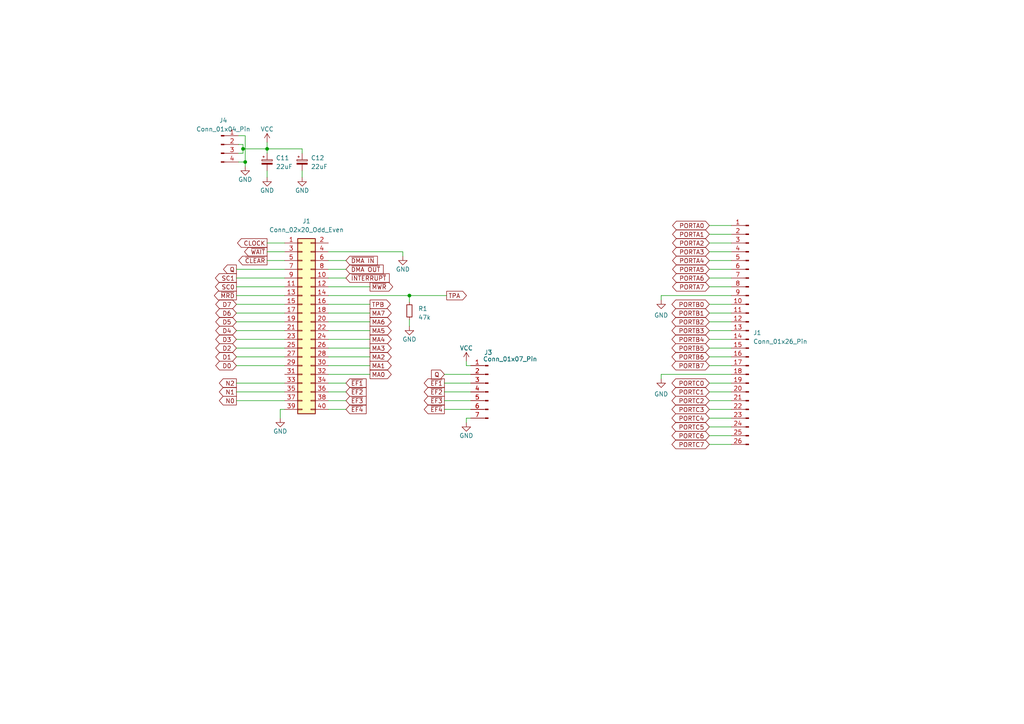
<source format=kicad_sch>
(kicad_sch (version 20230121) (generator eeschema)

  (uuid 8152cf5b-49c8-4d9a-9012-f7d7ed1342f2)

  (paper "A4")

  (lib_symbols
    (symbol "Connector:Conn_01x04_Pin" (pin_names (offset 1.016) hide) (in_bom yes) (on_board yes)
      (property "Reference" "J" (at 0 5.08 0)
        (effects (font (size 1.27 1.27)))
      )
      (property "Value" "Conn_01x04_Pin" (at 0 -7.62 0)
        (effects (font (size 1.27 1.27)))
      )
      (property "Footprint" "" (at 0 0 0)
        (effects (font (size 1.27 1.27)) hide)
      )
      (property "Datasheet" "~" (at 0 0 0)
        (effects (font (size 1.27 1.27)) hide)
      )
      (property "ki_locked" "" (at 0 0 0)
        (effects (font (size 1.27 1.27)))
      )
      (property "ki_keywords" "connector" (at 0 0 0)
        (effects (font (size 1.27 1.27)) hide)
      )
      (property "ki_description" "Generic connector, single row, 01x04, script generated" (at 0 0 0)
        (effects (font (size 1.27 1.27)) hide)
      )
      (property "ki_fp_filters" "Connector*:*_1x??_*" (at 0 0 0)
        (effects (font (size 1.27 1.27)) hide)
      )
      (symbol "Conn_01x04_Pin_1_1"
        (polyline
          (pts
            (xy 1.27 -5.08)
            (xy 0.8636 -5.08)
          )
          (stroke (width 0.1524) (type default))
          (fill (type none))
        )
        (polyline
          (pts
            (xy 1.27 -2.54)
            (xy 0.8636 -2.54)
          )
          (stroke (width 0.1524) (type default))
          (fill (type none))
        )
        (polyline
          (pts
            (xy 1.27 0)
            (xy 0.8636 0)
          )
          (stroke (width 0.1524) (type default))
          (fill (type none))
        )
        (polyline
          (pts
            (xy 1.27 2.54)
            (xy 0.8636 2.54)
          )
          (stroke (width 0.1524) (type default))
          (fill (type none))
        )
        (rectangle (start 0.8636 -4.953) (end 0 -5.207)
          (stroke (width 0.1524) (type default))
          (fill (type outline))
        )
        (rectangle (start 0.8636 -2.413) (end 0 -2.667)
          (stroke (width 0.1524) (type default))
          (fill (type outline))
        )
        (rectangle (start 0.8636 0.127) (end 0 -0.127)
          (stroke (width 0.1524) (type default))
          (fill (type outline))
        )
        (rectangle (start 0.8636 2.667) (end 0 2.413)
          (stroke (width 0.1524) (type default))
          (fill (type outline))
        )
        (pin passive line (at 5.08 2.54 180) (length 3.81)
          (name "Pin_1" (effects (font (size 1.27 1.27))))
          (number "1" (effects (font (size 1.27 1.27))))
        )
        (pin passive line (at 5.08 0 180) (length 3.81)
          (name "Pin_2" (effects (font (size 1.27 1.27))))
          (number "2" (effects (font (size 1.27 1.27))))
        )
        (pin passive line (at 5.08 -2.54 180) (length 3.81)
          (name "Pin_3" (effects (font (size 1.27 1.27))))
          (number "3" (effects (font (size 1.27 1.27))))
        )
        (pin passive line (at 5.08 -5.08 180) (length 3.81)
          (name "Pin_4" (effects (font (size 1.27 1.27))))
          (number "4" (effects (font (size 1.27 1.27))))
        )
      )
    )
    (symbol "Connector:Conn_01x07_Pin" (pin_names (offset 1.016) hide) (in_bom yes) (on_board yes)
      (property "Reference" "J" (at 0 10.16 0)
        (effects (font (size 1.27 1.27)))
      )
      (property "Value" "Conn_01x07_Pin" (at 0 -10.16 0)
        (effects (font (size 1.27 1.27)))
      )
      (property "Footprint" "" (at 0 0 0)
        (effects (font (size 1.27 1.27)) hide)
      )
      (property "Datasheet" "~" (at 0 0 0)
        (effects (font (size 1.27 1.27)) hide)
      )
      (property "ki_locked" "" (at 0 0 0)
        (effects (font (size 1.27 1.27)))
      )
      (property "ki_keywords" "connector" (at 0 0 0)
        (effects (font (size 1.27 1.27)) hide)
      )
      (property "ki_description" "Generic connector, single row, 01x07, script generated" (at 0 0 0)
        (effects (font (size 1.27 1.27)) hide)
      )
      (property "ki_fp_filters" "Connector*:*_1x??_*" (at 0 0 0)
        (effects (font (size 1.27 1.27)) hide)
      )
      (symbol "Conn_01x07_Pin_1_1"
        (polyline
          (pts
            (xy 1.27 -7.62)
            (xy 0.8636 -7.62)
          )
          (stroke (width 0.1524) (type default))
          (fill (type none))
        )
        (polyline
          (pts
            (xy 1.27 -5.08)
            (xy 0.8636 -5.08)
          )
          (stroke (width 0.1524) (type default))
          (fill (type none))
        )
        (polyline
          (pts
            (xy 1.27 -2.54)
            (xy 0.8636 -2.54)
          )
          (stroke (width 0.1524) (type default))
          (fill (type none))
        )
        (polyline
          (pts
            (xy 1.27 0)
            (xy 0.8636 0)
          )
          (stroke (width 0.1524) (type default))
          (fill (type none))
        )
        (polyline
          (pts
            (xy 1.27 2.54)
            (xy 0.8636 2.54)
          )
          (stroke (width 0.1524) (type default))
          (fill (type none))
        )
        (polyline
          (pts
            (xy 1.27 5.08)
            (xy 0.8636 5.08)
          )
          (stroke (width 0.1524) (type default))
          (fill (type none))
        )
        (polyline
          (pts
            (xy 1.27 7.62)
            (xy 0.8636 7.62)
          )
          (stroke (width 0.1524) (type default))
          (fill (type none))
        )
        (rectangle (start 0.8636 -7.493) (end 0 -7.747)
          (stroke (width 0.1524) (type default))
          (fill (type outline))
        )
        (rectangle (start 0.8636 -4.953) (end 0 -5.207)
          (stroke (width 0.1524) (type default))
          (fill (type outline))
        )
        (rectangle (start 0.8636 -2.413) (end 0 -2.667)
          (stroke (width 0.1524) (type default))
          (fill (type outline))
        )
        (rectangle (start 0.8636 0.127) (end 0 -0.127)
          (stroke (width 0.1524) (type default))
          (fill (type outline))
        )
        (rectangle (start 0.8636 2.667) (end 0 2.413)
          (stroke (width 0.1524) (type default))
          (fill (type outline))
        )
        (rectangle (start 0.8636 5.207) (end 0 4.953)
          (stroke (width 0.1524) (type default))
          (fill (type outline))
        )
        (rectangle (start 0.8636 7.747) (end 0 7.493)
          (stroke (width 0.1524) (type default))
          (fill (type outline))
        )
        (pin passive line (at 5.08 7.62 180) (length 3.81)
          (name "Pin_1" (effects (font (size 1.27 1.27))))
          (number "1" (effects (font (size 1.27 1.27))))
        )
        (pin passive line (at 5.08 5.08 180) (length 3.81)
          (name "Pin_2" (effects (font (size 1.27 1.27))))
          (number "2" (effects (font (size 1.27 1.27))))
        )
        (pin passive line (at 5.08 2.54 180) (length 3.81)
          (name "Pin_3" (effects (font (size 1.27 1.27))))
          (number "3" (effects (font (size 1.27 1.27))))
        )
        (pin passive line (at 5.08 0 180) (length 3.81)
          (name "Pin_4" (effects (font (size 1.27 1.27))))
          (number "4" (effects (font (size 1.27 1.27))))
        )
        (pin passive line (at 5.08 -2.54 180) (length 3.81)
          (name "Pin_5" (effects (font (size 1.27 1.27))))
          (number "5" (effects (font (size 1.27 1.27))))
        )
        (pin passive line (at 5.08 -5.08 180) (length 3.81)
          (name "Pin_6" (effects (font (size 1.27 1.27))))
          (number "6" (effects (font (size 1.27 1.27))))
        )
        (pin passive line (at 5.08 -7.62 180) (length 3.81)
          (name "Pin_7" (effects (font (size 1.27 1.27))))
          (number "7" (effects (font (size 1.27 1.27))))
        )
      )
    )
    (symbol "Connector:Conn_01x26_Pin" (pin_names (offset 1.016) hide) (in_bom yes) (on_board yes)
      (property "Reference" "J" (at 0 33.02 0)
        (effects (font (size 1.27 1.27)))
      )
      (property "Value" "Conn_01x26_Pin" (at 0 -35.56 0)
        (effects (font (size 1.27 1.27)))
      )
      (property "Footprint" "" (at 0 0 0)
        (effects (font (size 1.27 1.27)) hide)
      )
      (property "Datasheet" "~" (at 0 0 0)
        (effects (font (size 1.27 1.27)) hide)
      )
      (property "ki_locked" "" (at 0 0 0)
        (effects (font (size 1.27 1.27)))
      )
      (property "ki_keywords" "connector" (at 0 0 0)
        (effects (font (size 1.27 1.27)) hide)
      )
      (property "ki_description" "Generic connector, single row, 01x26, script generated" (at 0 0 0)
        (effects (font (size 1.27 1.27)) hide)
      )
      (property "ki_fp_filters" "Connector*:*_1x??_*" (at 0 0 0)
        (effects (font (size 1.27 1.27)) hide)
      )
      (symbol "Conn_01x26_Pin_1_1"
        (polyline
          (pts
            (xy 1.27 -33.02)
            (xy 0.8636 -33.02)
          )
          (stroke (width 0.1524) (type default))
          (fill (type none))
        )
        (polyline
          (pts
            (xy 1.27 -30.48)
            (xy 0.8636 -30.48)
          )
          (stroke (width 0.1524) (type default))
          (fill (type none))
        )
        (polyline
          (pts
            (xy 1.27 -27.94)
            (xy 0.8636 -27.94)
          )
          (stroke (width 0.1524) (type default))
          (fill (type none))
        )
        (polyline
          (pts
            (xy 1.27 -25.4)
            (xy 0.8636 -25.4)
          )
          (stroke (width 0.1524) (type default))
          (fill (type none))
        )
        (polyline
          (pts
            (xy 1.27 -22.86)
            (xy 0.8636 -22.86)
          )
          (stroke (width 0.1524) (type default))
          (fill (type none))
        )
        (polyline
          (pts
            (xy 1.27 -20.32)
            (xy 0.8636 -20.32)
          )
          (stroke (width 0.1524) (type default))
          (fill (type none))
        )
        (polyline
          (pts
            (xy 1.27 -17.78)
            (xy 0.8636 -17.78)
          )
          (stroke (width 0.1524) (type default))
          (fill (type none))
        )
        (polyline
          (pts
            (xy 1.27 -15.24)
            (xy 0.8636 -15.24)
          )
          (stroke (width 0.1524) (type default))
          (fill (type none))
        )
        (polyline
          (pts
            (xy 1.27 -12.7)
            (xy 0.8636 -12.7)
          )
          (stroke (width 0.1524) (type default))
          (fill (type none))
        )
        (polyline
          (pts
            (xy 1.27 -10.16)
            (xy 0.8636 -10.16)
          )
          (stroke (width 0.1524) (type default))
          (fill (type none))
        )
        (polyline
          (pts
            (xy 1.27 -7.62)
            (xy 0.8636 -7.62)
          )
          (stroke (width 0.1524) (type default))
          (fill (type none))
        )
        (polyline
          (pts
            (xy 1.27 -5.08)
            (xy 0.8636 -5.08)
          )
          (stroke (width 0.1524) (type default))
          (fill (type none))
        )
        (polyline
          (pts
            (xy 1.27 -2.54)
            (xy 0.8636 -2.54)
          )
          (stroke (width 0.1524) (type default))
          (fill (type none))
        )
        (polyline
          (pts
            (xy 1.27 0)
            (xy 0.8636 0)
          )
          (stroke (width 0.1524) (type default))
          (fill (type none))
        )
        (polyline
          (pts
            (xy 1.27 2.54)
            (xy 0.8636 2.54)
          )
          (stroke (width 0.1524) (type default))
          (fill (type none))
        )
        (polyline
          (pts
            (xy 1.27 5.08)
            (xy 0.8636 5.08)
          )
          (stroke (width 0.1524) (type default))
          (fill (type none))
        )
        (polyline
          (pts
            (xy 1.27 7.62)
            (xy 0.8636 7.62)
          )
          (stroke (width 0.1524) (type default))
          (fill (type none))
        )
        (polyline
          (pts
            (xy 1.27 10.16)
            (xy 0.8636 10.16)
          )
          (stroke (width 0.1524) (type default))
          (fill (type none))
        )
        (polyline
          (pts
            (xy 1.27 12.7)
            (xy 0.8636 12.7)
          )
          (stroke (width 0.1524) (type default))
          (fill (type none))
        )
        (polyline
          (pts
            (xy 1.27 15.24)
            (xy 0.8636 15.24)
          )
          (stroke (width 0.1524) (type default))
          (fill (type none))
        )
        (polyline
          (pts
            (xy 1.27 17.78)
            (xy 0.8636 17.78)
          )
          (stroke (width 0.1524) (type default))
          (fill (type none))
        )
        (polyline
          (pts
            (xy 1.27 20.32)
            (xy 0.8636 20.32)
          )
          (stroke (width 0.1524) (type default))
          (fill (type none))
        )
        (polyline
          (pts
            (xy 1.27 22.86)
            (xy 0.8636 22.86)
          )
          (stroke (width 0.1524) (type default))
          (fill (type none))
        )
        (polyline
          (pts
            (xy 1.27 25.4)
            (xy 0.8636 25.4)
          )
          (stroke (width 0.1524) (type default))
          (fill (type none))
        )
        (polyline
          (pts
            (xy 1.27 27.94)
            (xy 0.8636 27.94)
          )
          (stroke (width 0.1524) (type default))
          (fill (type none))
        )
        (polyline
          (pts
            (xy 1.27 30.48)
            (xy 0.8636 30.48)
          )
          (stroke (width 0.1524) (type default))
          (fill (type none))
        )
        (rectangle (start 0.8636 -32.893) (end 0 -33.147)
          (stroke (width 0.1524) (type default))
          (fill (type outline))
        )
        (rectangle (start 0.8636 -30.353) (end 0 -30.607)
          (stroke (width 0.1524) (type default))
          (fill (type outline))
        )
        (rectangle (start 0.8636 -27.813) (end 0 -28.067)
          (stroke (width 0.1524) (type default))
          (fill (type outline))
        )
        (rectangle (start 0.8636 -25.273) (end 0 -25.527)
          (stroke (width 0.1524) (type default))
          (fill (type outline))
        )
        (rectangle (start 0.8636 -22.733) (end 0 -22.987)
          (stroke (width 0.1524) (type default))
          (fill (type outline))
        )
        (rectangle (start 0.8636 -20.193) (end 0 -20.447)
          (stroke (width 0.1524) (type default))
          (fill (type outline))
        )
        (rectangle (start 0.8636 -17.653) (end 0 -17.907)
          (stroke (width 0.1524) (type default))
          (fill (type outline))
        )
        (rectangle (start 0.8636 -15.113) (end 0 -15.367)
          (stroke (width 0.1524) (type default))
          (fill (type outline))
        )
        (rectangle (start 0.8636 -12.573) (end 0 -12.827)
          (stroke (width 0.1524) (type default))
          (fill (type outline))
        )
        (rectangle (start 0.8636 -10.033) (end 0 -10.287)
          (stroke (width 0.1524) (type default))
          (fill (type outline))
        )
        (rectangle (start 0.8636 -7.493) (end 0 -7.747)
          (stroke (width 0.1524) (type default))
          (fill (type outline))
        )
        (rectangle (start 0.8636 -4.953) (end 0 -5.207)
          (stroke (width 0.1524) (type default))
          (fill (type outline))
        )
        (rectangle (start 0.8636 -2.413) (end 0 -2.667)
          (stroke (width 0.1524) (type default))
          (fill (type outline))
        )
        (rectangle (start 0.8636 0.127) (end 0 -0.127)
          (stroke (width 0.1524) (type default))
          (fill (type outline))
        )
        (rectangle (start 0.8636 2.667) (end 0 2.413)
          (stroke (width 0.1524) (type default))
          (fill (type outline))
        )
        (rectangle (start 0.8636 5.207) (end 0 4.953)
          (stroke (width 0.1524) (type default))
          (fill (type outline))
        )
        (rectangle (start 0.8636 7.747) (end 0 7.493)
          (stroke (width 0.1524) (type default))
          (fill (type outline))
        )
        (rectangle (start 0.8636 10.287) (end 0 10.033)
          (stroke (width 0.1524) (type default))
          (fill (type outline))
        )
        (rectangle (start 0.8636 12.827) (end 0 12.573)
          (stroke (width 0.1524) (type default))
          (fill (type outline))
        )
        (rectangle (start 0.8636 15.367) (end 0 15.113)
          (stroke (width 0.1524) (type default))
          (fill (type outline))
        )
        (rectangle (start 0.8636 17.907) (end 0 17.653)
          (stroke (width 0.1524) (type default))
          (fill (type outline))
        )
        (rectangle (start 0.8636 20.447) (end 0 20.193)
          (stroke (width 0.1524) (type default))
          (fill (type outline))
        )
        (rectangle (start 0.8636 22.987) (end 0 22.733)
          (stroke (width 0.1524) (type default))
          (fill (type outline))
        )
        (rectangle (start 0.8636 25.527) (end 0 25.273)
          (stroke (width 0.1524) (type default))
          (fill (type outline))
        )
        (rectangle (start 0.8636 28.067) (end 0 27.813)
          (stroke (width 0.1524) (type default))
          (fill (type outline))
        )
        (rectangle (start 0.8636 30.607) (end 0 30.353)
          (stroke (width 0.1524) (type default))
          (fill (type outline))
        )
        (pin passive line (at 5.08 30.48 180) (length 3.81)
          (name "Pin_1" (effects (font (size 1.27 1.27))))
          (number "1" (effects (font (size 1.27 1.27))))
        )
        (pin passive line (at 5.08 7.62 180) (length 3.81)
          (name "Pin_10" (effects (font (size 1.27 1.27))))
          (number "10" (effects (font (size 1.27 1.27))))
        )
        (pin passive line (at 5.08 5.08 180) (length 3.81)
          (name "Pin_11" (effects (font (size 1.27 1.27))))
          (number "11" (effects (font (size 1.27 1.27))))
        )
        (pin passive line (at 5.08 2.54 180) (length 3.81)
          (name "Pin_12" (effects (font (size 1.27 1.27))))
          (number "12" (effects (font (size 1.27 1.27))))
        )
        (pin passive line (at 5.08 0 180) (length 3.81)
          (name "Pin_13" (effects (font (size 1.27 1.27))))
          (number "13" (effects (font (size 1.27 1.27))))
        )
        (pin passive line (at 5.08 -2.54 180) (length 3.81)
          (name "Pin_14" (effects (font (size 1.27 1.27))))
          (number "14" (effects (font (size 1.27 1.27))))
        )
        (pin passive line (at 5.08 -5.08 180) (length 3.81)
          (name "Pin_15" (effects (font (size 1.27 1.27))))
          (number "15" (effects (font (size 1.27 1.27))))
        )
        (pin passive line (at 5.08 -7.62 180) (length 3.81)
          (name "Pin_16" (effects (font (size 1.27 1.27))))
          (number "16" (effects (font (size 1.27 1.27))))
        )
        (pin passive line (at 5.08 -10.16 180) (length 3.81)
          (name "Pin_17" (effects (font (size 1.27 1.27))))
          (number "17" (effects (font (size 1.27 1.27))))
        )
        (pin passive line (at 5.08 -12.7 180) (length 3.81)
          (name "Pin_18" (effects (font (size 1.27 1.27))))
          (number "18" (effects (font (size 1.27 1.27))))
        )
        (pin passive line (at 5.08 -15.24 180) (length 3.81)
          (name "Pin_19" (effects (font (size 1.27 1.27))))
          (number "19" (effects (font (size 1.27 1.27))))
        )
        (pin passive line (at 5.08 27.94 180) (length 3.81)
          (name "Pin_2" (effects (font (size 1.27 1.27))))
          (number "2" (effects (font (size 1.27 1.27))))
        )
        (pin passive line (at 5.08 -17.78 180) (length 3.81)
          (name "Pin_20" (effects (font (size 1.27 1.27))))
          (number "20" (effects (font (size 1.27 1.27))))
        )
        (pin passive line (at 5.08 -20.32 180) (length 3.81)
          (name "Pin_21" (effects (font (size 1.27 1.27))))
          (number "21" (effects (font (size 1.27 1.27))))
        )
        (pin passive line (at 5.08 -22.86 180) (length 3.81)
          (name "Pin_22" (effects (font (size 1.27 1.27))))
          (number "22" (effects (font (size 1.27 1.27))))
        )
        (pin passive line (at 5.08 -25.4 180) (length 3.81)
          (name "Pin_23" (effects (font (size 1.27 1.27))))
          (number "23" (effects (font (size 1.27 1.27))))
        )
        (pin passive line (at 5.08 -27.94 180) (length 3.81)
          (name "Pin_24" (effects (font (size 1.27 1.27))))
          (number "24" (effects (font (size 1.27 1.27))))
        )
        (pin passive line (at 5.08 -30.48 180) (length 3.81)
          (name "Pin_25" (effects (font (size 1.27 1.27))))
          (number "25" (effects (font (size 1.27 1.27))))
        )
        (pin passive line (at 5.08 -33.02 180) (length 3.81)
          (name "Pin_26" (effects (font (size 1.27 1.27))))
          (number "26" (effects (font (size 1.27 1.27))))
        )
        (pin passive line (at 5.08 25.4 180) (length 3.81)
          (name "Pin_3" (effects (font (size 1.27 1.27))))
          (number "3" (effects (font (size 1.27 1.27))))
        )
        (pin passive line (at 5.08 22.86 180) (length 3.81)
          (name "Pin_4" (effects (font (size 1.27 1.27))))
          (number "4" (effects (font (size 1.27 1.27))))
        )
        (pin passive line (at 5.08 20.32 180) (length 3.81)
          (name "Pin_5" (effects (font (size 1.27 1.27))))
          (number "5" (effects (font (size 1.27 1.27))))
        )
        (pin passive line (at 5.08 17.78 180) (length 3.81)
          (name "Pin_6" (effects (font (size 1.27 1.27))))
          (number "6" (effects (font (size 1.27 1.27))))
        )
        (pin passive line (at 5.08 15.24 180) (length 3.81)
          (name "Pin_7" (effects (font (size 1.27 1.27))))
          (number "7" (effects (font (size 1.27 1.27))))
        )
        (pin passive line (at 5.08 12.7 180) (length 3.81)
          (name "Pin_8" (effects (font (size 1.27 1.27))))
          (number "8" (effects (font (size 1.27 1.27))))
        )
        (pin passive line (at 5.08 10.16 180) (length 3.81)
          (name "Pin_9" (effects (font (size 1.27 1.27))))
          (number "9" (effects (font (size 1.27 1.27))))
        )
      )
    )
    (symbol "Connector_Generic:Conn_02x20_Odd_Even" (pin_names (offset 1.016) hide) (in_bom yes) (on_board yes)
      (property "Reference" "J" (at 1.27 25.4 0)
        (effects (font (size 1.27 1.27)))
      )
      (property "Value" "Conn_02x20_Odd_Even" (at 1.27 -27.94 0)
        (effects (font (size 1.27 1.27)))
      )
      (property "Footprint" "" (at 0 0 0)
        (effects (font (size 1.27 1.27)) hide)
      )
      (property "Datasheet" "~" (at 0 0 0)
        (effects (font (size 1.27 1.27)) hide)
      )
      (property "ki_keywords" "connector" (at 0 0 0)
        (effects (font (size 1.27 1.27)) hide)
      )
      (property "ki_description" "Generic connector, double row, 02x20, odd/even pin numbering scheme (row 1 odd numbers, row 2 even numbers), script generated (kicad-library-utils/schlib/autogen/connector/)" (at 0 0 0)
        (effects (font (size 1.27 1.27)) hide)
      )
      (property "ki_fp_filters" "Connector*:*_2x??_*" (at 0 0 0)
        (effects (font (size 1.27 1.27)) hide)
      )
      (symbol "Conn_02x20_Odd_Even_1_1"
        (rectangle (start -1.27 -25.273) (end 0 -25.527)
          (stroke (width 0.1524) (type default))
          (fill (type none))
        )
        (rectangle (start -1.27 -22.733) (end 0 -22.987)
          (stroke (width 0.1524) (type default))
          (fill (type none))
        )
        (rectangle (start -1.27 -20.193) (end 0 -20.447)
          (stroke (width 0.1524) (type default))
          (fill (type none))
        )
        (rectangle (start -1.27 -17.653) (end 0 -17.907)
          (stroke (width 0.1524) (type default))
          (fill (type none))
        )
        (rectangle (start -1.27 -15.113) (end 0 -15.367)
          (stroke (width 0.1524) (type default))
          (fill (type none))
        )
        (rectangle (start -1.27 -12.573) (end 0 -12.827)
          (stroke (width 0.1524) (type default))
          (fill (type none))
        )
        (rectangle (start -1.27 -10.033) (end 0 -10.287)
          (stroke (width 0.1524) (type default))
          (fill (type none))
        )
        (rectangle (start -1.27 -7.493) (end 0 -7.747)
          (stroke (width 0.1524) (type default))
          (fill (type none))
        )
        (rectangle (start -1.27 -4.953) (end 0 -5.207)
          (stroke (width 0.1524) (type default))
          (fill (type none))
        )
        (rectangle (start -1.27 -2.413) (end 0 -2.667)
          (stroke (width 0.1524) (type default))
          (fill (type none))
        )
        (rectangle (start -1.27 0.127) (end 0 -0.127)
          (stroke (width 0.1524) (type default))
          (fill (type none))
        )
        (rectangle (start -1.27 2.667) (end 0 2.413)
          (stroke (width 0.1524) (type default))
          (fill (type none))
        )
        (rectangle (start -1.27 5.207) (end 0 4.953)
          (stroke (width 0.1524) (type default))
          (fill (type none))
        )
        (rectangle (start -1.27 7.747) (end 0 7.493)
          (stroke (width 0.1524) (type default))
          (fill (type none))
        )
        (rectangle (start -1.27 10.287) (end 0 10.033)
          (stroke (width 0.1524) (type default))
          (fill (type none))
        )
        (rectangle (start -1.27 12.827) (end 0 12.573)
          (stroke (width 0.1524) (type default))
          (fill (type none))
        )
        (rectangle (start -1.27 15.367) (end 0 15.113)
          (stroke (width 0.1524) (type default))
          (fill (type none))
        )
        (rectangle (start -1.27 17.907) (end 0 17.653)
          (stroke (width 0.1524) (type default))
          (fill (type none))
        )
        (rectangle (start -1.27 20.447) (end 0 20.193)
          (stroke (width 0.1524) (type default))
          (fill (type none))
        )
        (rectangle (start -1.27 22.987) (end 0 22.733)
          (stroke (width 0.1524) (type default))
          (fill (type none))
        )
        (rectangle (start -1.27 24.13) (end 3.81 -26.67)
          (stroke (width 0.254) (type default))
          (fill (type background))
        )
        (rectangle (start 3.81 -25.273) (end 2.54 -25.527)
          (stroke (width 0.1524) (type default))
          (fill (type none))
        )
        (rectangle (start 3.81 -22.733) (end 2.54 -22.987)
          (stroke (width 0.1524) (type default))
          (fill (type none))
        )
        (rectangle (start 3.81 -20.193) (end 2.54 -20.447)
          (stroke (width 0.1524) (type default))
          (fill (type none))
        )
        (rectangle (start 3.81 -17.653) (end 2.54 -17.907)
          (stroke (width 0.1524) (type default))
          (fill (type none))
        )
        (rectangle (start 3.81 -15.113) (end 2.54 -15.367)
          (stroke (width 0.1524) (type default))
          (fill (type none))
        )
        (rectangle (start 3.81 -12.573) (end 2.54 -12.827)
          (stroke (width 0.1524) (type default))
          (fill (type none))
        )
        (rectangle (start 3.81 -10.033) (end 2.54 -10.287)
          (stroke (width 0.1524) (type default))
          (fill (type none))
        )
        (rectangle (start 3.81 -7.493) (end 2.54 -7.747)
          (stroke (width 0.1524) (type default))
          (fill (type none))
        )
        (rectangle (start 3.81 -4.953) (end 2.54 -5.207)
          (stroke (width 0.1524) (type default))
          (fill (type none))
        )
        (rectangle (start 3.81 -2.413) (end 2.54 -2.667)
          (stroke (width 0.1524) (type default))
          (fill (type none))
        )
        (rectangle (start 3.81 0.127) (end 2.54 -0.127)
          (stroke (width 0.1524) (type default))
          (fill (type none))
        )
        (rectangle (start 3.81 2.667) (end 2.54 2.413)
          (stroke (width 0.1524) (type default))
          (fill (type none))
        )
        (rectangle (start 3.81 5.207) (end 2.54 4.953)
          (stroke (width 0.1524) (type default))
          (fill (type none))
        )
        (rectangle (start 3.81 7.747) (end 2.54 7.493)
          (stroke (width 0.1524) (type default))
          (fill (type none))
        )
        (rectangle (start 3.81 10.287) (end 2.54 10.033)
          (stroke (width 0.1524) (type default))
          (fill (type none))
        )
        (rectangle (start 3.81 12.827) (end 2.54 12.573)
          (stroke (width 0.1524) (type default))
          (fill (type none))
        )
        (rectangle (start 3.81 15.367) (end 2.54 15.113)
          (stroke (width 0.1524) (type default))
          (fill (type none))
        )
        (rectangle (start 3.81 17.907) (end 2.54 17.653)
          (stroke (width 0.1524) (type default))
          (fill (type none))
        )
        (rectangle (start 3.81 20.447) (end 2.54 20.193)
          (stroke (width 0.1524) (type default))
          (fill (type none))
        )
        (rectangle (start 3.81 22.987) (end 2.54 22.733)
          (stroke (width 0.1524) (type default))
          (fill (type none))
        )
        (pin passive line (at -5.08 22.86 0) (length 3.81)
          (name "Pin_1" (effects (font (size 1.27 1.27))))
          (number "1" (effects (font (size 1.27 1.27))))
        )
        (pin passive line (at 7.62 12.7 180) (length 3.81)
          (name "Pin_10" (effects (font (size 1.27 1.27))))
          (number "10" (effects (font (size 1.27 1.27))))
        )
        (pin passive line (at -5.08 10.16 0) (length 3.81)
          (name "Pin_11" (effects (font (size 1.27 1.27))))
          (number "11" (effects (font (size 1.27 1.27))))
        )
        (pin passive line (at 7.62 10.16 180) (length 3.81)
          (name "Pin_12" (effects (font (size 1.27 1.27))))
          (number "12" (effects (font (size 1.27 1.27))))
        )
        (pin passive line (at -5.08 7.62 0) (length 3.81)
          (name "Pin_13" (effects (font (size 1.27 1.27))))
          (number "13" (effects (font (size 1.27 1.27))))
        )
        (pin passive line (at 7.62 7.62 180) (length 3.81)
          (name "Pin_14" (effects (font (size 1.27 1.27))))
          (number "14" (effects (font (size 1.27 1.27))))
        )
        (pin passive line (at -5.08 5.08 0) (length 3.81)
          (name "Pin_15" (effects (font (size 1.27 1.27))))
          (number "15" (effects (font (size 1.27 1.27))))
        )
        (pin passive line (at 7.62 5.08 180) (length 3.81)
          (name "Pin_16" (effects (font (size 1.27 1.27))))
          (number "16" (effects (font (size 1.27 1.27))))
        )
        (pin passive line (at -5.08 2.54 0) (length 3.81)
          (name "Pin_17" (effects (font (size 1.27 1.27))))
          (number "17" (effects (font (size 1.27 1.27))))
        )
        (pin passive line (at 7.62 2.54 180) (length 3.81)
          (name "Pin_18" (effects (font (size 1.27 1.27))))
          (number "18" (effects (font (size 1.27 1.27))))
        )
        (pin passive line (at -5.08 0 0) (length 3.81)
          (name "Pin_19" (effects (font (size 1.27 1.27))))
          (number "19" (effects (font (size 1.27 1.27))))
        )
        (pin passive line (at 7.62 22.86 180) (length 3.81)
          (name "Pin_2" (effects (font (size 1.27 1.27))))
          (number "2" (effects (font (size 1.27 1.27))))
        )
        (pin passive line (at 7.62 0 180) (length 3.81)
          (name "Pin_20" (effects (font (size 1.27 1.27))))
          (number "20" (effects (font (size 1.27 1.27))))
        )
        (pin passive line (at -5.08 -2.54 0) (length 3.81)
          (name "Pin_21" (effects (font (size 1.27 1.27))))
          (number "21" (effects (font (size 1.27 1.27))))
        )
        (pin passive line (at 7.62 -2.54 180) (length 3.81)
          (name "Pin_22" (effects (font (size 1.27 1.27))))
          (number "22" (effects (font (size 1.27 1.27))))
        )
        (pin passive line (at -5.08 -5.08 0) (length 3.81)
          (name "Pin_23" (effects (font (size 1.27 1.27))))
          (number "23" (effects (font (size 1.27 1.27))))
        )
        (pin passive line (at 7.62 -5.08 180) (length 3.81)
          (name "Pin_24" (effects (font (size 1.27 1.27))))
          (number "24" (effects (font (size 1.27 1.27))))
        )
        (pin passive line (at -5.08 -7.62 0) (length 3.81)
          (name "Pin_25" (effects (font (size 1.27 1.27))))
          (number "25" (effects (font (size 1.27 1.27))))
        )
        (pin passive line (at 7.62 -7.62 180) (length 3.81)
          (name "Pin_26" (effects (font (size 1.27 1.27))))
          (number "26" (effects (font (size 1.27 1.27))))
        )
        (pin passive line (at -5.08 -10.16 0) (length 3.81)
          (name "Pin_27" (effects (font (size 1.27 1.27))))
          (number "27" (effects (font (size 1.27 1.27))))
        )
        (pin passive line (at 7.62 -10.16 180) (length 3.81)
          (name "Pin_28" (effects (font (size 1.27 1.27))))
          (number "28" (effects (font (size 1.27 1.27))))
        )
        (pin passive line (at -5.08 -12.7 0) (length 3.81)
          (name "Pin_29" (effects (font (size 1.27 1.27))))
          (number "29" (effects (font (size 1.27 1.27))))
        )
        (pin passive line (at -5.08 20.32 0) (length 3.81)
          (name "Pin_3" (effects (font (size 1.27 1.27))))
          (number "3" (effects (font (size 1.27 1.27))))
        )
        (pin passive line (at 7.62 -12.7 180) (length 3.81)
          (name "Pin_30" (effects (font (size 1.27 1.27))))
          (number "30" (effects (font (size 1.27 1.27))))
        )
        (pin passive line (at -5.08 -15.24 0) (length 3.81)
          (name "Pin_31" (effects (font (size 1.27 1.27))))
          (number "31" (effects (font (size 1.27 1.27))))
        )
        (pin passive line (at 7.62 -15.24 180) (length 3.81)
          (name "Pin_32" (effects (font (size 1.27 1.27))))
          (number "32" (effects (font (size 1.27 1.27))))
        )
        (pin passive line (at -5.08 -17.78 0) (length 3.81)
          (name "Pin_33" (effects (font (size 1.27 1.27))))
          (number "33" (effects (font (size 1.27 1.27))))
        )
        (pin passive line (at 7.62 -17.78 180) (length 3.81)
          (name "Pin_34" (effects (font (size 1.27 1.27))))
          (number "34" (effects (font (size 1.27 1.27))))
        )
        (pin passive line (at -5.08 -20.32 0) (length 3.81)
          (name "Pin_35" (effects (font (size 1.27 1.27))))
          (number "35" (effects (font (size 1.27 1.27))))
        )
        (pin passive line (at 7.62 -20.32 180) (length 3.81)
          (name "Pin_36" (effects (font (size 1.27 1.27))))
          (number "36" (effects (font (size 1.27 1.27))))
        )
        (pin passive line (at -5.08 -22.86 0) (length 3.81)
          (name "Pin_37" (effects (font (size 1.27 1.27))))
          (number "37" (effects (font (size 1.27 1.27))))
        )
        (pin passive line (at 7.62 -22.86 180) (length 3.81)
          (name "Pin_38" (effects (font (size 1.27 1.27))))
          (number "38" (effects (font (size 1.27 1.27))))
        )
        (pin passive line (at -5.08 -25.4 0) (length 3.81)
          (name "Pin_39" (effects (font (size 1.27 1.27))))
          (number "39" (effects (font (size 1.27 1.27))))
        )
        (pin passive line (at 7.62 20.32 180) (length 3.81)
          (name "Pin_4" (effects (font (size 1.27 1.27))))
          (number "4" (effects (font (size 1.27 1.27))))
        )
        (pin passive line (at 7.62 -25.4 180) (length 3.81)
          (name "Pin_40" (effects (font (size 1.27 1.27))))
          (number "40" (effects (font (size 1.27 1.27))))
        )
        (pin passive line (at -5.08 17.78 0) (length 3.81)
          (name "Pin_5" (effects (font (size 1.27 1.27))))
          (number "5" (effects (font (size 1.27 1.27))))
        )
        (pin passive line (at 7.62 17.78 180) (length 3.81)
          (name "Pin_6" (effects (font (size 1.27 1.27))))
          (number "6" (effects (font (size 1.27 1.27))))
        )
        (pin passive line (at -5.08 15.24 0) (length 3.81)
          (name "Pin_7" (effects (font (size 1.27 1.27))))
          (number "7" (effects (font (size 1.27 1.27))))
        )
        (pin passive line (at 7.62 15.24 180) (length 3.81)
          (name "Pin_8" (effects (font (size 1.27 1.27))))
          (number "8" (effects (font (size 1.27 1.27))))
        )
        (pin passive line (at -5.08 12.7 0) (length 3.81)
          (name "Pin_9" (effects (font (size 1.27 1.27))))
          (number "9" (effects (font (size 1.27 1.27))))
        )
      )
    )
    (symbol "Device:C_Polarized_Small" (pin_numbers hide) (pin_names (offset 0.254) hide) (in_bom yes) (on_board yes)
      (property "Reference" "C" (at 0.254 1.778 0)
        (effects (font (size 1.27 1.27)) (justify left))
      )
      (property "Value" "C_Polarized_Small" (at 0.254 -2.032 0)
        (effects (font (size 1.27 1.27)) (justify left))
      )
      (property "Footprint" "" (at 0 0 0)
        (effects (font (size 1.27 1.27)) hide)
      )
      (property "Datasheet" "~" (at 0 0 0)
        (effects (font (size 1.27 1.27)) hide)
      )
      (property "ki_keywords" "cap capacitor" (at 0 0 0)
        (effects (font (size 1.27 1.27)) hide)
      )
      (property "ki_description" "Polarized capacitor, small symbol" (at 0 0 0)
        (effects (font (size 1.27 1.27)) hide)
      )
      (property "ki_fp_filters" "CP_*" (at 0 0 0)
        (effects (font (size 1.27 1.27)) hide)
      )
      (symbol "C_Polarized_Small_0_1"
        (rectangle (start -1.524 -0.3048) (end 1.524 -0.6858)
          (stroke (width 0) (type default))
          (fill (type outline))
        )
        (rectangle (start -1.524 0.6858) (end 1.524 0.3048)
          (stroke (width 0) (type default))
          (fill (type none))
        )
        (polyline
          (pts
            (xy -1.27 1.524)
            (xy -0.762 1.524)
          )
          (stroke (width 0) (type default))
          (fill (type none))
        )
        (polyline
          (pts
            (xy -1.016 1.27)
            (xy -1.016 1.778)
          )
          (stroke (width 0) (type default))
          (fill (type none))
        )
      )
      (symbol "C_Polarized_Small_1_1"
        (pin passive line (at 0 2.54 270) (length 1.8542)
          (name "~" (effects (font (size 1.27 1.27))))
          (number "1" (effects (font (size 1.27 1.27))))
        )
        (pin passive line (at 0 -2.54 90) (length 1.8542)
          (name "~" (effects (font (size 1.27 1.27))))
          (number "2" (effects (font (size 1.27 1.27))))
        )
      )
    )
    (symbol "Device:R_Small" (pin_numbers hide) (pin_names (offset 0.254) hide) (in_bom yes) (on_board yes)
      (property "Reference" "R" (at 0.762 0.508 0)
        (effects (font (size 1.27 1.27)) (justify left))
      )
      (property "Value" "R_Small" (at 0.762 -1.016 0)
        (effects (font (size 1.27 1.27)) (justify left))
      )
      (property "Footprint" "" (at 0 0 0)
        (effects (font (size 1.27 1.27)) hide)
      )
      (property "Datasheet" "~" (at 0 0 0)
        (effects (font (size 1.27 1.27)) hide)
      )
      (property "ki_keywords" "R resistor" (at 0 0 0)
        (effects (font (size 1.27 1.27)) hide)
      )
      (property "ki_description" "Resistor, small symbol" (at 0 0 0)
        (effects (font (size 1.27 1.27)) hide)
      )
      (property "ki_fp_filters" "R_*" (at 0 0 0)
        (effects (font (size 1.27 1.27)) hide)
      )
      (symbol "R_Small_0_1"
        (rectangle (start -0.762 1.778) (end 0.762 -1.778)
          (stroke (width 0.2032) (type default))
          (fill (type none))
        )
      )
      (symbol "R_Small_1_1"
        (pin passive line (at 0 2.54 270) (length 0.762)
          (name "~" (effects (font (size 1.27 1.27))))
          (number "1" (effects (font (size 1.27 1.27))))
        )
        (pin passive line (at 0 -2.54 90) (length 0.762)
          (name "~" (effects (font (size 1.27 1.27))))
          (number "2" (effects (font (size 1.27 1.27))))
        )
      )
    )
    (symbol "power:GND" (power) (pin_names (offset 0)) (in_bom yes) (on_board yes)
      (property "Reference" "#PWR" (at 0 -6.35 0)
        (effects (font (size 1.27 1.27)) hide)
      )
      (property "Value" "GND" (at 0 -3.81 0)
        (effects (font (size 1.27 1.27)))
      )
      (property "Footprint" "" (at 0 0 0)
        (effects (font (size 1.27 1.27)) hide)
      )
      (property "Datasheet" "" (at 0 0 0)
        (effects (font (size 1.27 1.27)) hide)
      )
      (property "ki_keywords" "global power" (at 0 0 0)
        (effects (font (size 1.27 1.27)) hide)
      )
      (property "ki_description" "Power symbol creates a global label with name \"GND\" , ground" (at 0 0 0)
        (effects (font (size 1.27 1.27)) hide)
      )
      (symbol "GND_0_1"
        (polyline
          (pts
            (xy 0 0)
            (xy 0 -1.27)
            (xy 1.27 -1.27)
            (xy 0 -2.54)
            (xy -1.27 -1.27)
            (xy 0 -1.27)
          )
          (stroke (width 0) (type default))
          (fill (type none))
        )
      )
      (symbol "GND_1_1"
        (pin power_in line (at 0 0 270) (length 0) hide
          (name "GND" (effects (font (size 1.27 1.27))))
          (number "1" (effects (font (size 1.27 1.27))))
        )
      )
    )
    (symbol "power:VCC" (power) (pin_names (offset 0)) (in_bom yes) (on_board yes)
      (property "Reference" "#PWR" (at 0 -3.81 0)
        (effects (font (size 1.27 1.27)) hide)
      )
      (property "Value" "VCC" (at 0 3.81 0)
        (effects (font (size 1.27 1.27)))
      )
      (property "Footprint" "" (at 0 0 0)
        (effects (font (size 1.27 1.27)) hide)
      )
      (property "Datasheet" "" (at 0 0 0)
        (effects (font (size 1.27 1.27)) hide)
      )
      (property "ki_keywords" "global power" (at 0 0 0)
        (effects (font (size 1.27 1.27)) hide)
      )
      (property "ki_description" "Power symbol creates a global label with name \"VCC\"" (at 0 0 0)
        (effects (font (size 1.27 1.27)) hide)
      )
      (symbol "VCC_0_1"
        (polyline
          (pts
            (xy -0.762 1.27)
            (xy 0 2.54)
          )
          (stroke (width 0) (type default))
          (fill (type none))
        )
        (polyline
          (pts
            (xy 0 0)
            (xy 0 2.54)
          )
          (stroke (width 0) (type default))
          (fill (type none))
        )
        (polyline
          (pts
            (xy 0 2.54)
            (xy 0.762 1.27)
          )
          (stroke (width 0) (type default))
          (fill (type none))
        )
      )
      (symbol "VCC_1_1"
        (pin power_in line (at 0 0 90) (length 0) hide
          (name "VCC" (effects (font (size 1.27 1.27))))
          (number "1" (effects (font (size 1.27 1.27))))
        )
      )
    )
  )

  (junction (at 77.47 43.18) (diameter 0) (color 0 0 0 0)
    (uuid 23a089e1-821a-4093-84a5-5979aa293cee)
  )
  (junction (at 118.745 85.725) (diameter 0) (color 0 0 0 0)
    (uuid 736227e1-d087-417e-822e-89f03c2deea0)
  )
  (junction (at 70.485 43.18) (diameter 0) (color 0 0 0 0)
    (uuid b283bf57-618d-44b4-97c8-7c1f883009a8)
  )
  (junction (at 71.12 46.99) (diameter 0) (color 0 0 0 0)
    (uuid c51ca30e-6d02-4605-8263-7da99e10140d)
  )

  (wire (pts (xy 69.215 46.99) (xy 71.12 46.99))
    (stroke (width 0) (type default))
    (uuid 024abd13-67b8-4531-ae54-f7ec0bfb98ff)
  )
  (wire (pts (xy 136.525 113.665) (xy 128.905 113.665))
    (stroke (width 0) (type default))
    (uuid 0a20a175-ec62-4fb0-bf79-6a65ffc51056)
  )
  (wire (pts (xy 205.74 111.125) (xy 212.09 111.125))
    (stroke (width 0) (type default))
    (uuid 11bffd8d-6f42-4a59-a3ea-c40517ce4085)
  )
  (wire (pts (xy 205.74 98.425) (xy 212.09 98.425))
    (stroke (width 0) (type default))
    (uuid 127e3dc6-0cfb-413d-b415-1bcd83e34c4f)
  )
  (wire (pts (xy 95.25 90.805) (xy 107.315 90.805))
    (stroke (width 0) (type default))
    (uuid 14e48d51-3ab2-4b64-88f8-e3e834206cb1)
  )
  (wire (pts (xy 205.74 80.645) (xy 212.09 80.645))
    (stroke (width 0) (type default))
    (uuid 1a991397-33da-4cc9-8a5e-ed69c414e87f)
  )
  (wire (pts (xy 95.25 73.025) (xy 116.84 73.025))
    (stroke (width 0) (type default))
    (uuid 1b225a25-5bba-44e4-92ed-cae8f25f5c64)
  )
  (wire (pts (xy 205.74 70.485) (xy 212.09 70.485))
    (stroke (width 0) (type default))
    (uuid 1bc44023-f19a-472a-bf3a-087bda3408dd)
  )
  (wire (pts (xy 77.47 49.53) (xy 77.47 51.435))
    (stroke (width 0) (type default))
    (uuid 1ec26c9a-fad3-411b-87f1-a8bf1d3ff709)
  )
  (wire (pts (xy 191.77 108.585) (xy 191.77 109.855))
    (stroke (width 0) (type default))
    (uuid 1fbc7a6e-25da-4771-9088-dfe51c0b8ab7)
  )
  (wire (pts (xy 69.215 44.45) (xy 70.485 44.45))
    (stroke (width 0) (type default))
    (uuid 20e9d632-f8cf-444f-a312-a94d0bedc8aa)
  )
  (wire (pts (xy 205.74 100.965) (xy 212.09 100.965))
    (stroke (width 0) (type default))
    (uuid 21131074-3b65-4dfd-9300-08c19f713b04)
  )
  (wire (pts (xy 205.74 123.825) (xy 212.09 123.825))
    (stroke (width 0) (type default))
    (uuid 25dbd951-5b13-47d2-b761-bfe968600ad2)
  )
  (wire (pts (xy 71.12 46.99) (xy 71.12 39.37))
    (stroke (width 0) (type default))
    (uuid 294d278a-c41d-461b-bb14-895bc5fd64b5)
  )
  (wire (pts (xy 77.47 75.565) (xy 82.55 75.565))
    (stroke (width 0) (type default))
    (uuid 316f5f3d-65b3-4f3d-a4d9-eaaf5382108d)
  )
  (wire (pts (xy 95.25 88.265) (xy 107.315 88.265))
    (stroke (width 0) (type default))
    (uuid 31b6863c-8350-4313-a227-1d066e4ed970)
  )
  (wire (pts (xy 205.74 126.365) (xy 212.09 126.365))
    (stroke (width 0) (type default))
    (uuid 32a51ff9-c07b-4222-b193-058be1549e2a)
  )
  (wire (pts (xy 68.58 98.425) (xy 82.55 98.425))
    (stroke (width 0) (type default))
    (uuid 33f4388d-0afc-42a3-8a3d-6b895b7d7e44)
  )
  (wire (pts (xy 205.74 118.745) (xy 212.09 118.745))
    (stroke (width 0) (type default))
    (uuid 3498681c-cdac-49da-bb6c-4fa5c7da6e1d)
  )
  (wire (pts (xy 95.25 118.745) (xy 100.33 118.745))
    (stroke (width 0) (type default))
    (uuid 3577650d-3563-4a95-97e4-c5a5f884f4e5)
  )
  (wire (pts (xy 95.25 93.345) (xy 107.315 93.345))
    (stroke (width 0) (type default))
    (uuid 373296e9-19c9-4bf4-baa3-709e7e0d93d2)
  )
  (wire (pts (xy 191.77 85.725) (xy 191.77 86.995))
    (stroke (width 0) (type default))
    (uuid 3ae49709-28e1-4124-b37f-8d8d09b565bf)
  )
  (wire (pts (xy 136.525 118.745) (xy 128.905 118.745))
    (stroke (width 0) (type default))
    (uuid 3e185c07-d243-4b01-8d3d-4835503fe7f6)
  )
  (wire (pts (xy 95.25 95.885) (xy 107.315 95.885))
    (stroke (width 0) (type default))
    (uuid 3e62587b-ae3c-4210-b5a3-435276c196d4)
  )
  (wire (pts (xy 68.58 100.965) (xy 82.55 100.965))
    (stroke (width 0) (type default))
    (uuid 42726512-18b6-426f-895c-d497d40e4795)
  )
  (wire (pts (xy 95.25 100.965) (xy 107.315 100.965))
    (stroke (width 0) (type default))
    (uuid 50846256-97f0-4a85-b45f-cedeea40c48a)
  )
  (wire (pts (xy 118.745 85.725) (xy 129.54 85.725))
    (stroke (width 0) (type default))
    (uuid 549fa7f3-988e-4457-84f7-a8e211fd496b)
  )
  (wire (pts (xy 205.74 93.345) (xy 212.09 93.345))
    (stroke (width 0) (type default))
    (uuid 5514dcbd-10c5-4e77-b651-374a306d21d9)
  )
  (wire (pts (xy 77.47 43.18) (xy 87.63 43.18))
    (stroke (width 0) (type default))
    (uuid 56ef7d68-8f07-4a3b-b871-428e99a898c2)
  )
  (wire (pts (xy 95.25 83.185) (xy 107.315 83.185))
    (stroke (width 0) (type default))
    (uuid 5797c45d-fe6a-4af2-a9c1-bded7e44be45)
  )
  (wire (pts (xy 205.74 67.945) (xy 212.09 67.945))
    (stroke (width 0) (type default))
    (uuid 58a902bc-d740-41a8-8c17-626e3e811ab7)
  )
  (wire (pts (xy 68.58 106.045) (xy 82.55 106.045))
    (stroke (width 0) (type default))
    (uuid 591728e3-07f2-46b3-8371-2f8dd58121b7)
  )
  (wire (pts (xy 95.25 103.505) (xy 107.315 103.505))
    (stroke (width 0) (type default))
    (uuid 59e47f62-bd54-4514-b7e3-85d7ef8b83be)
  )
  (wire (pts (xy 205.74 88.265) (xy 212.09 88.265))
    (stroke (width 0) (type default))
    (uuid 5e2838d8-e8d4-404f-a3c1-72988728ae4e)
  )
  (wire (pts (xy 205.74 116.205) (xy 212.09 116.205))
    (stroke (width 0) (type default))
    (uuid 5ebf1708-aba5-43f3-b6a9-8a42f4cb46b1)
  )
  (wire (pts (xy 68.58 93.345) (xy 82.55 93.345))
    (stroke (width 0) (type default))
    (uuid 6294f445-3fa4-49c6-9d6e-a0a76cb3d39f)
  )
  (wire (pts (xy 95.25 106.045) (xy 107.315 106.045))
    (stroke (width 0) (type default))
    (uuid 64fdb335-27a1-45af-bcca-1692a47b670a)
  )
  (wire (pts (xy 205.74 75.565) (xy 212.09 75.565))
    (stroke (width 0) (type default))
    (uuid 6b4e9cbd-4f63-4ad2-9bd8-7860a46be53d)
  )
  (wire (pts (xy 95.25 85.725) (xy 118.745 85.725))
    (stroke (width 0) (type default))
    (uuid 6e932a60-da5d-4685-ba26-67dd0b3ad620)
  )
  (wire (pts (xy 68.58 83.185) (xy 82.55 83.185))
    (stroke (width 0) (type default))
    (uuid 76d09871-dcb3-44fa-8ea0-6ee72083d2cd)
  )
  (wire (pts (xy 70.485 41.91) (xy 70.485 43.18))
    (stroke (width 0) (type default))
    (uuid 76edad22-c169-47e0-80aa-5cb59042887b)
  )
  (wire (pts (xy 95.25 108.585) (xy 107.315 108.585))
    (stroke (width 0) (type default))
    (uuid 778e7bd3-6386-4e15-b971-e925cd351168)
  )
  (wire (pts (xy 136.525 121.285) (xy 135.255 121.285))
    (stroke (width 0) (type default))
    (uuid 7a2534ea-31ca-4fab-a7aa-47a0c763a604)
  )
  (wire (pts (xy 116.84 73.025) (xy 116.84 74.295))
    (stroke (width 0) (type default))
    (uuid 7a9d98f6-a380-4366-abcf-96cce3775436)
  )
  (wire (pts (xy 68.58 85.725) (xy 82.55 85.725))
    (stroke (width 0) (type default))
    (uuid 7afeb618-a3a0-4a0c-ba38-d4e9df6ac909)
  )
  (wire (pts (xy 77.47 43.18) (xy 70.485 43.18))
    (stroke (width 0) (type default))
    (uuid 7b459976-8ef2-4a09-93b1-4976a1756fbb)
  )
  (wire (pts (xy 135.255 106.045) (xy 136.525 106.045))
    (stroke (width 0) (type default))
    (uuid 7ee80eea-49e4-4113-86f5-fb83b8047dc6)
  )
  (wire (pts (xy 191.77 108.585) (xy 212.09 108.585))
    (stroke (width 0) (type default))
    (uuid 7f95de75-c943-4325-b527-e348610c50a0)
  )
  (wire (pts (xy 71.12 39.37) (xy 69.215 39.37))
    (stroke (width 0) (type default))
    (uuid 82c96ea4-813d-4f36-b458-6df0abefab57)
  )
  (wire (pts (xy 95.25 75.565) (xy 100.33 75.565))
    (stroke (width 0) (type default))
    (uuid 87c6bebf-caba-4c09-8053-1b04d069bcfc)
  )
  (wire (pts (xy 95.25 116.205) (xy 100.33 116.205))
    (stroke (width 0) (type default))
    (uuid 8b005bb7-3b2b-4c0f-9e2f-19dbfdf5d4d6)
  )
  (wire (pts (xy 69.215 41.91) (xy 70.485 41.91))
    (stroke (width 0) (type default))
    (uuid 8bc81adb-3cdc-4aed-b6f7-60460799a588)
  )
  (wire (pts (xy 205.74 83.185) (xy 212.09 83.185))
    (stroke (width 0) (type default))
    (uuid 8e605734-ab89-4f7d-b521-c723813f5c1c)
  )
  (wire (pts (xy 136.525 108.585) (xy 128.905 108.585))
    (stroke (width 0) (type default))
    (uuid 90440eab-2732-4b0a-9b7f-4d4053827a34)
  )
  (wire (pts (xy 205.74 90.805) (xy 212.09 90.805))
    (stroke (width 0) (type default))
    (uuid 90a64150-8b3b-42da-a0d3-2846a121e87b)
  )
  (wire (pts (xy 95.25 111.125) (xy 100.33 111.125))
    (stroke (width 0) (type default))
    (uuid 9246ed15-e6a7-4b71-b2d9-05dcabb1d8de)
  )
  (wire (pts (xy 205.74 113.665) (xy 212.09 113.665))
    (stroke (width 0) (type default))
    (uuid 9267de4f-fc9d-48df-bcd4-47a25ea3acdc)
  )
  (wire (pts (xy 205.74 95.885) (xy 212.09 95.885))
    (stroke (width 0) (type default))
    (uuid 92f7970f-d70b-4bab-9ce0-559aca9e37ba)
  )
  (wire (pts (xy 77.47 43.18) (xy 77.47 44.45))
    (stroke (width 0) (type default))
    (uuid 96d1e114-62fc-49d7-b83d-357d81e49ff8)
  )
  (wire (pts (xy 70.485 43.18) (xy 70.485 44.45))
    (stroke (width 0) (type default))
    (uuid 97304a68-e22b-46d1-937e-1ba24036d928)
  )
  (wire (pts (xy 191.77 85.725) (xy 212.09 85.725))
    (stroke (width 0) (type default))
    (uuid 9aaab16a-8d2c-4552-bb31-172307002589)
  )
  (wire (pts (xy 135.255 121.285) (xy 135.255 122.555))
    (stroke (width 0) (type default))
    (uuid a3726892-c173-4301-a523-50b9ed6e37c4)
  )
  (wire (pts (xy 68.58 88.265) (xy 82.55 88.265))
    (stroke (width 0) (type default))
    (uuid a4293ec8-ffce-4100-a01f-47afaa78270e)
  )
  (wire (pts (xy 68.58 95.885) (xy 82.55 95.885))
    (stroke (width 0) (type default))
    (uuid a7722347-5be4-4727-9929-1db63515bd08)
  )
  (wire (pts (xy 68.58 116.205) (xy 82.55 116.205))
    (stroke (width 0) (type default))
    (uuid a7c7f0e0-bec8-4f05-a22c-e19386e712bb)
  )
  (wire (pts (xy 81.28 118.745) (xy 81.28 121.285))
    (stroke (width 0) (type default))
    (uuid aa3137e2-4073-4726-98e3-c22ab9da1226)
  )
  (wire (pts (xy 136.525 116.205) (xy 128.905 116.205))
    (stroke (width 0) (type default))
    (uuid ad9e4e2c-a0e2-4b67-8690-b52acaabb7cb)
  )
  (wire (pts (xy 82.55 118.745) (xy 81.28 118.745))
    (stroke (width 0) (type default))
    (uuid ae85f88b-feaf-4a4c-986a-0b8700d140e1)
  )
  (wire (pts (xy 77.47 73.025) (xy 82.55 73.025))
    (stroke (width 0) (type default))
    (uuid b346ce52-6f11-4fe9-9223-c190884cfbfb)
  )
  (wire (pts (xy 95.25 78.105) (xy 100.33 78.105))
    (stroke (width 0) (type default))
    (uuid b425abdd-5be2-4a48-a3a9-982fc98a9362)
  )
  (wire (pts (xy 135.255 104.775) (xy 135.255 106.045))
    (stroke (width 0) (type default))
    (uuid b6f7447a-ac63-47c9-9998-ebe8a5379812)
  )
  (wire (pts (xy 68.58 111.125) (xy 82.55 111.125))
    (stroke (width 0) (type default))
    (uuid bb38e782-d5d7-47b5-a665-5d05ede23988)
  )
  (wire (pts (xy 77.47 41.275) (xy 77.47 43.18))
    (stroke (width 0) (type default))
    (uuid bd235db3-98c2-44dc-81da-2143ea0dcb9c)
  )
  (wire (pts (xy 68.58 103.505) (xy 82.55 103.505))
    (stroke (width 0) (type default))
    (uuid c01a6a78-f055-4e0c-ab0e-c57478d1525e)
  )
  (wire (pts (xy 87.63 49.53) (xy 87.63 51.435))
    (stroke (width 0) (type default))
    (uuid c5273a4e-7575-41a4-ae6a-1a73ff690453)
  )
  (wire (pts (xy 68.58 113.665) (xy 82.55 113.665))
    (stroke (width 0) (type default))
    (uuid c5a22a9e-4075-4fd0-a134-4309dd6e9b44)
  )
  (wire (pts (xy 205.74 103.505) (xy 212.09 103.505))
    (stroke (width 0) (type default))
    (uuid d0dac376-beb0-40cc-893d-a7c91a477276)
  )
  (wire (pts (xy 77.47 70.485) (xy 82.55 70.485))
    (stroke (width 0) (type default))
    (uuid d6da5cd7-d9b0-45c5-88f2-ed9ba1a2645c)
  )
  (wire (pts (xy 68.58 78.105) (xy 82.55 78.105))
    (stroke (width 0) (type default))
    (uuid da71ec77-2a8f-4b38-9cbb-6f06a089186f)
  )
  (wire (pts (xy 205.74 128.905) (xy 212.09 128.905))
    (stroke (width 0) (type default))
    (uuid dd44ca57-a6f4-4a72-ac54-4f88d4495e2e)
  )
  (wire (pts (xy 118.745 87.63) (xy 118.745 85.725))
    (stroke (width 0) (type default))
    (uuid e2aa6f58-0a31-402e-a693-da5b12f10557)
  )
  (wire (pts (xy 95.25 98.425) (xy 107.315 98.425))
    (stroke (width 0) (type default))
    (uuid e33b0e94-7376-46e7-b21a-1fc0e21dc618)
  )
  (wire (pts (xy 68.58 90.805) (xy 82.55 90.805))
    (stroke (width 0) (type default))
    (uuid e3f1fbe6-2255-45ef-a89a-a8a61227e3a5)
  )
  (wire (pts (xy 71.12 48.26) (xy 71.12 46.99))
    (stroke (width 0) (type default))
    (uuid e544680f-f1ca-4969-a4e2-bc10c6832c13)
  )
  (wire (pts (xy 205.74 121.285) (xy 212.09 121.285))
    (stroke (width 0) (type default))
    (uuid e7b4d47e-b37b-42de-a1e1-b2e684c9954f)
  )
  (wire (pts (xy 87.63 43.18) (xy 87.63 44.45))
    (stroke (width 0) (type default))
    (uuid e8f9953f-4a09-45de-885d-a4db38d7a092)
  )
  (wire (pts (xy 136.525 111.125) (xy 128.905 111.125))
    (stroke (width 0) (type default))
    (uuid ec997512-b080-4728-944d-95bdcdc12d18)
  )
  (wire (pts (xy 118.745 92.71) (xy 118.745 94.615))
    (stroke (width 0) (type default))
    (uuid ef12ef95-78c7-4b1c-bee1-9267497fd63e)
  )
  (wire (pts (xy 95.25 113.665) (xy 100.33 113.665))
    (stroke (width 0) (type default))
    (uuid f0b61e99-47fa-4610-a3e6-0d748a97c254)
  )
  (wire (pts (xy 68.58 80.645) (xy 82.55 80.645))
    (stroke (width 0) (type default))
    (uuid f1a49788-8704-432f-8f8a-94c9378fcbd7)
  )
  (wire (pts (xy 205.74 78.105) (xy 212.09 78.105))
    (stroke (width 0) (type default))
    (uuid f1e4dcc0-bdb6-4d0e-aba0-531063cc2b6b)
  )
  (wire (pts (xy 205.74 106.045) (xy 212.09 106.045))
    (stroke (width 0) (type default))
    (uuid f2db7102-e46e-4c64-976f-97c12f20f051)
  )
  (wire (pts (xy 205.74 65.405) (xy 212.09 65.405))
    (stroke (width 0) (type default))
    (uuid f4d06b03-a2b6-4752-bee5-c7fbf3e5041c)
  )
  (wire (pts (xy 95.25 80.645) (xy 100.33 80.645))
    (stroke (width 0) (type default))
    (uuid f80e93c4-6d0a-40d4-bddb-1740228619ff)
  )
  (wire (pts (xy 205.74 73.025) (xy 212.09 73.025))
    (stroke (width 0) (type default))
    (uuid fd8f8afc-48b8-4c8e-b274-2ac4743a4f1b)
  )

  (global_label "~{DMA OUT}" (shape input) (at 100.33 78.105 0) (fields_autoplaced)
    (effects (font (size 1.27 1.27)) (justify left))
    (uuid 04843c1b-39e1-4877-8cdf-14e6cb952588)
    (property "Intersheetrefs" "${INTERSHEET_REFS}" (at 111.4364 78.105 0)
      (effects (font (size 1.27 1.27)) (justify left) hide)
    )
  )
  (global_label "PORTB6" (shape tri_state) (at 205.74 103.505 180) (fields_autoplaced)
    (effects (font (size 1.27 1.27)) (justify right))
    (uuid 054768a8-e8a3-444b-842b-7b6c09ac5d22)
    (property "Intersheetrefs" "${INTERSHEET_REFS}" (at 194.4053 103.505 0)
      (effects (font (size 1.27 1.27)) (justify right) hide)
    )
  )
  (global_label "D3" (shape bidirectional) (at 68.58 98.425 180) (fields_autoplaced)
    (effects (font (size 1.27 1.27)) (justify right))
    (uuid 05ffb1c7-6dc0-44be-a7c0-72271230c31d)
    (property "Intersheetrefs" "${INTERSHEET_REFS}" (at 62.0834 98.425 0)
      (effects (font (size 1.27 1.27)) (justify right) hide)
    )
  )
  (global_label "TPB" (shape output) (at 107.315 88.265 0) (fields_autoplaced)
    (effects (font (size 1.27 1.27)) (justify left))
    (uuid 088e7f94-5e15-4c7b-8d20-004b26ded0be)
    (property "Intersheetrefs" "${INTERSHEET_REFS}" (at 113.7284 88.265 0)
      (effects (font (size 1.27 1.27)) (justify left) hide)
    )
  )
  (global_label "SC0" (shape output) (at 68.58 83.185 180) (fields_autoplaced)
    (effects (font (size 1.27 1.27)) (justify right))
    (uuid 0b824ad7-cd55-4a6f-9e7b-954171242c15)
    (property "Intersheetrefs" "${INTERSHEET_REFS}" (at 61.9852 83.185 0)
      (effects (font (size 1.27 1.27)) (justify right) hide)
    )
  )
  (global_label "PORTC0" (shape tri_state) (at 205.74 111.125 180) (fields_autoplaced)
    (effects (font (size 1.27 1.27)) (justify right))
    (uuid 10784e9e-a6e8-44ad-adcc-d15bfd40374d)
    (property "Intersheetrefs" "${INTERSHEET_REFS}" (at 194.4053 111.125 0)
      (effects (font (size 1.27 1.27)) (justify right) hide)
    )
  )
  (global_label "MA4" (shape output) (at 107.315 98.425 0) (fields_autoplaced)
    (effects (font (size 1.27 1.27)) (justify left))
    (uuid 18693281-a35b-4a12-905d-fa517775051a)
    (property "Intersheetrefs" "${INTERSHEET_REFS}" (at 113.9703 98.425 0)
      (effects (font (size 1.27 1.27)) (justify left) hide)
    )
  )
  (global_label "PORTA7" (shape tri_state) (at 205.74 83.185 180) (fields_autoplaced)
    (effects (font (size 1.27 1.27)) (justify right))
    (uuid 18aa0f2e-102b-4d7b-98a2-52d98c1faee8)
    (property "Intersheetrefs" "${INTERSHEET_REFS}" (at 194.5867 83.185 0)
      (effects (font (size 1.27 1.27)) (justify right) hide)
    )
  )
  (global_label "N2" (shape output) (at 68.58 111.125 180) (fields_autoplaced)
    (effects (font (size 1.27 1.27)) (justify right))
    (uuid 2b57a720-aed6-425a-9c4d-938e4da8d63e)
    (property "Intersheetrefs" "${INTERSHEET_REFS}" (at 63.1342 111.125 0)
      (effects (font (size 1.27 1.27)) (justify right) hide)
    )
  )
  (global_label "~{DMA IN}" (shape input) (at 100.33 75.565 0) (fields_autoplaced)
    (effects (font (size 1.27 1.27)) (justify left))
    (uuid 34041261-c5fa-41e2-8496-dbc174eb66b0)
    (property "Intersheetrefs" "${INTERSHEET_REFS}" (at 109.7431 75.565 0)
      (effects (font (size 1.27 1.27)) (justify left) hide)
    )
  )
  (global_label "~{MRD}" (shape output) (at 68.58 85.725 180) (fields_autoplaced)
    (effects (font (size 1.27 1.27)) (justify right))
    (uuid 357f0965-7e61-415c-ad6b-be649056176b)
    (property "Intersheetrefs" "${INTERSHEET_REFS}" (at 61.6828 85.725 0)
      (effects (font (size 1.27 1.27)) (justify right) hide)
    )
  )
  (global_label "MA6" (shape output) (at 107.315 93.345 0) (fields_autoplaced)
    (effects (font (size 1.27 1.27)) (justify left))
    (uuid 3c0dfabe-df44-4d31-8623-abd5c94de506)
    (property "Intersheetrefs" "${INTERSHEET_REFS}" (at 113.9703 93.345 0)
      (effects (font (size 1.27 1.27)) (justify left) hide)
    )
  )
  (global_label "PORTB4" (shape tri_state) (at 205.74 98.425 180) (fields_autoplaced)
    (effects (font (size 1.27 1.27)) (justify right))
    (uuid 434db726-8a97-41aa-9668-b4c28eaaf26c)
    (property "Intersheetrefs" "${INTERSHEET_REFS}" (at 194.4053 98.425 0)
      (effects (font (size 1.27 1.27)) (justify right) hide)
    )
  )
  (global_label "MA0" (shape output) (at 107.315 108.585 0) (fields_autoplaced)
    (effects (font (size 1.27 1.27)) (justify left))
    (uuid 4ceac651-6e50-49a1-be74-3a251a596030)
    (property "Intersheetrefs" "${INTERSHEET_REFS}" (at 113.9703 108.585 0)
      (effects (font (size 1.27 1.27)) (justify left) hide)
    )
  )
  (global_label "D1" (shape bidirectional) (at 68.58 103.505 180) (fields_autoplaced)
    (effects (font (size 1.27 1.27)) (justify right))
    (uuid 56ec2460-409d-4a02-a354-5b8c9eee731a)
    (property "Intersheetrefs" "${INTERSHEET_REFS}" (at 62.0834 103.505 0)
      (effects (font (size 1.27 1.27)) (justify right) hide)
    )
  )
  (global_label "D5" (shape bidirectional) (at 68.58 93.345 180) (fields_autoplaced)
    (effects (font (size 1.27 1.27)) (justify right))
    (uuid 58257220-14f9-444a-9b3f-dae05c203d26)
    (property "Intersheetrefs" "${INTERSHEET_REFS}" (at 62.0834 93.345 0)
      (effects (font (size 1.27 1.27)) (justify right) hide)
    )
  )
  (global_label "PORTC4" (shape tri_state) (at 205.74 121.285 180) (fields_autoplaced)
    (effects (font (size 1.27 1.27)) (justify right))
    (uuid 5d1a81b4-524b-400f-8788-d3a239eea569)
    (property "Intersheetrefs" "${INTERSHEET_REFS}" (at 194.4053 121.285 0)
      (effects (font (size 1.27 1.27)) (justify right) hide)
    )
  )
  (global_label "~{EF4}" (shape output) (at 128.905 118.745 180) (fields_autoplaced)
    (effects (font (size 1.27 1.27)) (justify right))
    (uuid 5f648d18-6b9e-41ab-8b3f-08dfac2af99a)
    (property "Intersheetrefs" "${INTERSHEET_REFS}" (at 122.5521 118.745 0)
      (effects (font (size 1.27 1.27)) (justify right) hide)
    )
  )
  (global_label "~{EF1}" (shape output) (at 128.905 111.125 180) (fields_autoplaced)
    (effects (font (size 1.27 1.27)) (justify right))
    (uuid 66540332-1e37-43ad-965b-b93d04941585)
    (property "Intersheetrefs" "${INTERSHEET_REFS}" (at 122.5521 111.125 0)
      (effects (font (size 1.27 1.27)) (justify right) hide)
    )
  )
  (global_label "MA7" (shape output) (at 107.315 90.805 0) (fields_autoplaced)
    (effects (font (size 1.27 1.27)) (justify left))
    (uuid 6b38e475-5643-4658-b0bf-47d2e0b33b92)
    (property "Intersheetrefs" "${INTERSHEET_REFS}" (at 113.9703 90.805 0)
      (effects (font (size 1.27 1.27)) (justify left) hide)
    )
  )
  (global_label "PORTC2" (shape tri_state) (at 205.74 116.205 180) (fields_autoplaced)
    (effects (font (size 1.27 1.27)) (justify right))
    (uuid 6be96ca9-66f1-478d-9c31-d866736ad077)
    (property "Intersheetrefs" "${INTERSHEET_REFS}" (at 194.4053 116.205 0)
      (effects (font (size 1.27 1.27)) (justify right) hide)
    )
  )
  (global_label "PORTB3" (shape tri_state) (at 205.74 95.885 180) (fields_autoplaced)
    (effects (font (size 1.27 1.27)) (justify right))
    (uuid 6c961631-4e23-4538-9039-6911795ac0e4)
    (property "Intersheetrefs" "${INTERSHEET_REFS}" (at 194.4053 95.885 0)
      (effects (font (size 1.27 1.27)) (justify right) hide)
    )
  )
  (global_label "PORTC6" (shape tri_state) (at 205.74 126.365 180) (fields_autoplaced)
    (effects (font (size 1.27 1.27)) (justify right))
    (uuid 6f92fc28-1d55-4ffd-8468-524fbd1bbefa)
    (property "Intersheetrefs" "${INTERSHEET_REFS}" (at 194.4053 126.365 0)
      (effects (font (size 1.27 1.27)) (justify right) hide)
    )
  )
  (global_label "~{EF1}" (shape input) (at 100.33 111.125 0) (fields_autoplaced)
    (effects (font (size 1.27 1.27)) (justify left))
    (uuid 74c279d1-5751-4e49-a307-f8a337a2d99b)
    (property "Intersheetrefs" "${INTERSHEET_REFS}" (at 106.6829 111.125 0)
      (effects (font (size 1.27 1.27)) (justify left) hide)
    )
  )
  (global_label "PORTA2" (shape tri_state) (at 205.74 70.485 180) (fields_autoplaced)
    (effects (font (size 1.27 1.27)) (justify right))
    (uuid 74dc845f-49c5-4c4f-8f01-91bf90f8b969)
    (property "Intersheetrefs" "${INTERSHEET_REFS}" (at 194.5867 70.485 0)
      (effects (font (size 1.27 1.27)) (justify right) hide)
    )
  )
  (global_label "~{EF3}" (shape input) (at 100.33 116.205 0) (fields_autoplaced)
    (effects (font (size 1.27 1.27)) (justify left))
    (uuid 74e589b6-68c0-4276-ba7c-31797bb8040c)
    (property "Intersheetrefs" "${INTERSHEET_REFS}" (at 106.6829 116.205 0)
      (effects (font (size 1.27 1.27)) (justify left) hide)
    )
  )
  (global_label "TPA" (shape output) (at 129.54 85.725 0) (fields_autoplaced)
    (effects (font (size 1.27 1.27)) (justify left))
    (uuid 83f9631a-fd56-4ebd-bea7-b46de329ea21)
    (property "Intersheetrefs" "${INTERSHEET_REFS}" (at 135.772 85.725 0)
      (effects (font (size 1.27 1.27)) (justify left) hide)
    )
  )
  (global_label "PORTA4" (shape tri_state) (at 205.74 75.565 180) (fields_autoplaced)
    (effects (font (size 1.27 1.27)) (justify right))
    (uuid 877d3919-f07a-41e1-b7d5-ba1df02947f3)
    (property "Intersheetrefs" "${INTERSHEET_REFS}" (at 194.5867 75.565 0)
      (effects (font (size 1.27 1.27)) (justify right) hide)
    )
  )
  (global_label "PORTC3" (shape tri_state) (at 205.74 118.745 180) (fields_autoplaced)
    (effects (font (size 1.27 1.27)) (justify right))
    (uuid 8a98ab89-0380-46ae-a340-28ee12e41fc8)
    (property "Intersheetrefs" "${INTERSHEET_REFS}" (at 194.4053 118.745 0)
      (effects (font (size 1.27 1.27)) (justify right) hide)
    )
  )
  (global_label "D7" (shape bidirectional) (at 68.58 88.265 180) (fields_autoplaced)
    (effects (font (size 1.27 1.27)) (justify right))
    (uuid 8aa7a6a0-99f1-4688-b82f-d212e48179b8)
    (property "Intersheetrefs" "${INTERSHEET_REFS}" (at 62.0834 88.265 0)
      (effects (font (size 1.27 1.27)) (justify right) hide)
    )
  )
  (global_label "PORTC1" (shape tri_state) (at 205.74 113.665 180) (fields_autoplaced)
    (effects (font (size 1.27 1.27)) (justify right))
    (uuid 8c6273b5-a452-4ce7-bece-a5a015236ab0)
    (property "Intersheetrefs" "${INTERSHEET_REFS}" (at 194.4053 113.665 0)
      (effects (font (size 1.27 1.27)) (justify right) hide)
    )
  )
  (global_label "PORTB5" (shape tri_state) (at 205.74 100.965 180) (fields_autoplaced)
    (effects (font (size 1.27 1.27)) (justify right))
    (uuid 8cb0a532-2db4-41f5-b197-0467012857f3)
    (property "Intersheetrefs" "${INTERSHEET_REFS}" (at 194.4053 100.965 0)
      (effects (font (size 1.27 1.27)) (justify right) hide)
    )
  )
  (global_label "~{EF2}" (shape output) (at 128.905 113.665 180) (fields_autoplaced)
    (effects (font (size 1.27 1.27)) (justify right))
    (uuid 8cca6080-8f1a-49e2-841c-c73ce49cf2b7)
    (property "Intersheetrefs" "${INTERSHEET_REFS}" (at 122.5521 113.665 0)
      (effects (font (size 1.27 1.27)) (justify right) hide)
    )
  )
  (global_label "~{CLEAR}" (shape output) (at 77.47 75.565 180) (fields_autoplaced)
    (effects (font (size 1.27 1.27)) (justify right))
    (uuid 8d05cb96-6acf-4d28-9e06-e4fc782d8984)
    (property "Intersheetrefs" "${INTERSHEET_REFS}" (at 68.7585 75.565 0)
      (effects (font (size 1.27 1.27)) (justify right) hide)
    )
  )
  (global_label "PORTA0" (shape tri_state) (at 205.74 65.405 180) (fields_autoplaced)
    (effects (font (size 1.27 1.27)) (justify right))
    (uuid 8e603960-051e-4ceb-ad03-d6f9e1454780)
    (property "Intersheetrefs" "${INTERSHEET_REFS}" (at 194.5867 65.405 0)
      (effects (font (size 1.27 1.27)) (justify right) hide)
    )
  )
  (global_label "~{INTERRUPT}" (shape input) (at 100.33 80.645 0) (fields_autoplaced)
    (effects (font (size 1.27 1.27)) (justify left))
    (uuid 910db8e2-596c-4186-b842-7bd42db65259)
    (property "Intersheetrefs" "${INTERSHEET_REFS}" (at 113.3958 80.645 0)
      (effects (font (size 1.27 1.27)) (justify left) hide)
    )
  )
  (global_label "PORTC7" (shape tri_state) (at 205.74 128.905 180) (fields_autoplaced)
    (effects (font (size 1.27 1.27)) (justify right))
    (uuid 91a9b08e-f696-44ae-ab7a-d33ff1847f59)
    (property "Intersheetrefs" "${INTERSHEET_REFS}" (at 194.4053 128.905 0)
      (effects (font (size 1.27 1.27)) (justify right) hide)
    )
  )
  (global_label "~{EF4}" (shape input) (at 100.33 118.745 0) (fields_autoplaced)
    (effects (font (size 1.27 1.27)) (justify left))
    (uuid 930ef844-e5f6-4f34-be6a-e797f1dc0442)
    (property "Intersheetrefs" "${INTERSHEET_REFS}" (at 106.6829 118.745 0)
      (effects (font (size 1.27 1.27)) (justify left) hide)
    )
  )
  (global_label "MA1" (shape output) (at 107.315 106.045 0) (fields_autoplaced)
    (effects (font (size 1.27 1.27)) (justify left))
    (uuid 962dbcb8-1760-448d-81cb-9add1c7446ff)
    (property "Intersheetrefs" "${INTERSHEET_REFS}" (at 113.9703 106.045 0)
      (effects (font (size 1.27 1.27)) (justify left) hide)
    )
  )
  (global_label "~{MWR}" (shape output) (at 107.315 83.185 0) (fields_autoplaced)
    (effects (font (size 1.27 1.27)) (justify left))
    (uuid 98915f27-47c3-4796-9976-070867d8ebbf)
    (property "Intersheetrefs" "${INTERSHEET_REFS}" (at 114.3936 83.185 0)
      (effects (font (size 1.27 1.27)) (justify left) hide)
    )
  )
  (global_label "Q" (shape input) (at 128.905 108.585 180) (fields_autoplaced)
    (effects (font (size 1.27 1.27)) (justify right))
    (uuid 9af99851-9b58-4caf-91b4-741d6ebbda04)
    (property "Intersheetrefs" "${INTERSHEET_REFS}" (at 124.6687 108.585 0)
      (effects (font (size 1.27 1.27)) (justify right) hide)
    )
  )
  (global_label "D2" (shape bidirectional) (at 68.58 100.965 180) (fields_autoplaced)
    (effects (font (size 1.27 1.27)) (justify right))
    (uuid 9d8d5af7-259f-4232-92d4-c44aa444f4f3)
    (property "Intersheetrefs" "${INTERSHEET_REFS}" (at 62.0834 100.965 0)
      (effects (font (size 1.27 1.27)) (justify right) hide)
    )
  )
  (global_label "PORTA5" (shape tri_state) (at 205.74 78.105 180) (fields_autoplaced)
    (effects (font (size 1.27 1.27)) (justify right))
    (uuid a05f9076-2c8c-43ca-8b94-7a5e200722d5)
    (property "Intersheetrefs" "${INTERSHEET_REFS}" (at 194.5867 78.105 0)
      (effects (font (size 1.27 1.27)) (justify right) hide)
    )
  )
  (global_label "PORTA3" (shape tri_state) (at 205.74 73.025 180) (fields_autoplaced)
    (effects (font (size 1.27 1.27)) (justify right))
    (uuid a6433828-717e-40a8-a862-43204f52d7dc)
    (property "Intersheetrefs" "${INTERSHEET_REFS}" (at 194.5867 73.025 0)
      (effects (font (size 1.27 1.27)) (justify right) hide)
    )
  )
  (global_label "CLOCK" (shape output) (at 77.47 70.485 180) (fields_autoplaced)
    (effects (font (size 1.27 1.27)) (justify right))
    (uuid bca0bb74-9d4b-4c70-aba5-c342618633c0)
    (property "Intersheetrefs" "${INTERSHEET_REFS}" (at 68.3956 70.485 0)
      (effects (font (size 1.27 1.27)) (justify right) hide)
    )
  )
  (global_label "~{EF3}" (shape output) (at 128.905 116.205 180) (fields_autoplaced)
    (effects (font (size 1.27 1.27)) (justify right))
    (uuid bd4a727b-304f-454d-bcd3-bafd61f4aaaf)
    (property "Intersheetrefs" "${INTERSHEET_REFS}" (at 122.5521 116.205 0)
      (effects (font (size 1.27 1.27)) (justify right) hide)
    )
  )
  (global_label "PORTB1" (shape tri_state) (at 205.74 90.805 180) (fields_autoplaced)
    (effects (font (size 1.27 1.27)) (justify right))
    (uuid bdd48d03-40cb-496b-9ab2-31324bc015b3)
    (property "Intersheetrefs" "${INTERSHEET_REFS}" (at 194.4053 90.805 0)
      (effects (font (size 1.27 1.27)) (justify right) hide)
    )
  )
  (global_label "MA5" (shape output) (at 107.315 95.885 0) (fields_autoplaced)
    (effects (font (size 1.27 1.27)) (justify left))
    (uuid be9db968-110b-4e43-86f5-e87b9fb0284c)
    (property "Intersheetrefs" "${INTERSHEET_REFS}" (at 113.9703 95.885 0)
      (effects (font (size 1.27 1.27)) (justify left) hide)
    )
  )
  (global_label "PORTB0" (shape tri_state) (at 205.74 88.265 180) (fields_autoplaced)
    (effects (font (size 1.27 1.27)) (justify right))
    (uuid c4ccae9d-a0d0-486c-9abf-46a6a9c41a49)
    (property "Intersheetrefs" "${INTERSHEET_REFS}" (at 194.4053 88.265 0)
      (effects (font (size 1.27 1.27)) (justify right) hide)
    )
  )
  (global_label "PORTA1" (shape tri_state) (at 205.74 67.945 180) (fields_autoplaced)
    (effects (font (size 1.27 1.27)) (justify right))
    (uuid c5d729a8-1990-4b29-8231-f137a05ab843)
    (property "Intersheetrefs" "${INTERSHEET_REFS}" (at 194.5867 67.945 0)
      (effects (font (size 1.27 1.27)) (justify right) hide)
    )
  )
  (global_label "D0" (shape bidirectional) (at 68.58 106.045 180) (fields_autoplaced)
    (effects (font (size 1.27 1.27)) (justify right))
    (uuid c75316e7-0468-4f7b-991e-7fbd663656e7)
    (property "Intersheetrefs" "${INTERSHEET_REFS}" (at 62.0834 106.045 0)
      (effects (font (size 1.27 1.27)) (justify right) hide)
    )
  )
  (global_label "MA3" (shape output) (at 107.315 100.965 0) (fields_autoplaced)
    (effects (font (size 1.27 1.27)) (justify left))
    (uuid cb16815f-89fe-4e9e-abe1-389cc5e5fa4b)
    (property "Intersheetrefs" "${INTERSHEET_REFS}" (at 113.9703 100.965 0)
      (effects (font (size 1.27 1.27)) (justify left) hide)
    )
  )
  (global_label "PORTB7" (shape tri_state) (at 205.74 106.045 180) (fields_autoplaced)
    (effects (font (size 1.27 1.27)) (justify right))
    (uuid cb9d86a8-4fae-44d2-924e-69a65be68693)
    (property "Intersheetrefs" "${INTERSHEET_REFS}" (at 194.4053 106.045 0)
      (effects (font (size 1.27 1.27)) (justify right) hide)
    )
  )
  (global_label "D4" (shape bidirectional) (at 68.58 95.885 180) (fields_autoplaced)
    (effects (font (size 1.27 1.27)) (justify right))
    (uuid cc9fec51-49b2-4e88-a9c3-feb3ffb36fe5)
    (property "Intersheetrefs" "${INTERSHEET_REFS}" (at 62.0834 95.885 0)
      (effects (font (size 1.27 1.27)) (justify right) hide)
    )
  )
  (global_label "MA2" (shape output) (at 107.315 103.505 0) (fields_autoplaced)
    (effects (font (size 1.27 1.27)) (justify left))
    (uuid d0ad8f89-b425-4928-9d0e-5ee6fcc55670)
    (property "Intersheetrefs" "${INTERSHEET_REFS}" (at 113.9703 103.505 0)
      (effects (font (size 1.27 1.27)) (justify left) hide)
    )
  )
  (global_label "SC1" (shape output) (at 68.58 80.645 180) (fields_autoplaced)
    (effects (font (size 1.27 1.27)) (justify right))
    (uuid d750069d-d567-4610-a935-281ce02f0ddf)
    (property "Intersheetrefs" "${INTERSHEET_REFS}" (at 61.9852 80.645 0)
      (effects (font (size 1.27 1.27)) (justify right) hide)
    )
  )
  (global_label "N1" (shape output) (at 68.58 113.665 180) (fields_autoplaced)
    (effects (font (size 1.27 1.27)) (justify right))
    (uuid d9dfe090-cde6-4a57-b945-62c4afa6081e)
    (property "Intersheetrefs" "${INTERSHEET_REFS}" (at 63.1342 113.665 0)
      (effects (font (size 1.27 1.27)) (justify right) hide)
    )
  )
  (global_label "~{WAIT}" (shape output) (at 77.47 73.025 180) (fields_autoplaced)
    (effects (font (size 1.27 1.27)) (justify right))
    (uuid da13967f-4def-49c5-b994-4ba759e6165d)
    (property "Intersheetrefs" "${INTERSHEET_REFS}" (at 70.4518 73.025 0)
      (effects (font (size 1.27 1.27)) (justify right) hide)
    )
  )
  (global_label "PORTB2" (shape tri_state) (at 205.74 93.345 180) (fields_autoplaced)
    (effects (font (size 1.27 1.27)) (justify right))
    (uuid e05e2f22-652c-4dc6-8a3c-931e92b7ef28)
    (property "Intersheetrefs" "${INTERSHEET_REFS}" (at 194.4053 93.345 0)
      (effects (font (size 1.27 1.27)) (justify right) hide)
    )
  )
  (global_label "~{EF2}" (shape input) (at 100.33 113.665 0) (fields_autoplaced)
    (effects (font (size 1.27 1.27)) (justify left))
    (uuid e68a669f-e08a-4773-8447-01ef11b96756)
    (property "Intersheetrefs" "${INTERSHEET_REFS}" (at 106.6829 113.665 0)
      (effects (font (size 1.27 1.27)) (justify left) hide)
    )
  )
  (global_label "Q" (shape output) (at 68.58 78.105 180) (fields_autoplaced)
    (effects (font (size 1.27 1.27)) (justify right))
    (uuid f554e5d2-15dc-4510-86c2-445bb564173e)
    (property "Intersheetrefs" "${INTERSHEET_REFS}" (at 64.3437 78.105 0)
      (effects (font (size 1.27 1.27)) (justify right) hide)
    )
  )
  (global_label "N0" (shape output) (at 68.58 116.205 180) (fields_autoplaced)
    (effects (font (size 1.27 1.27)) (justify right))
    (uuid f60f9514-625c-4a1d-aa97-98156d39e242)
    (property "Intersheetrefs" "${INTERSHEET_REFS}" (at 63.1342 116.205 0)
      (effects (font (size 1.27 1.27)) (justify right) hide)
    )
  )
  (global_label "D6" (shape bidirectional) (at 68.58 90.805 180) (fields_autoplaced)
    (effects (font (size 1.27 1.27)) (justify right))
    (uuid f990cb71-27d2-4b7c-a29c-864806b3f7c1)
    (property "Intersheetrefs" "${INTERSHEET_REFS}" (at 62.0834 90.805 0)
      (effects (font (size 1.27 1.27)) (justify right) hide)
    )
  )
  (global_label "PORTC5" (shape tri_state) (at 205.74 123.825 180) (fields_autoplaced)
    (effects (font (size 1.27 1.27)) (justify right))
    (uuid fa3c1bc5-2269-4b3c-9542-c1cd7e259968)
    (property "Intersheetrefs" "${INTERSHEET_REFS}" (at 194.4053 123.825 0)
      (effects (font (size 1.27 1.27)) (justify right) hide)
    )
  )
  (global_label "PORTA6" (shape tri_state) (at 205.74 80.645 180) (fields_autoplaced)
    (effects (font (size 1.27 1.27)) (justify right))
    (uuid fb40d4f9-1122-43df-85d9-a269a80a4249)
    (property "Intersheetrefs" "${INTERSHEET_REFS}" (at 194.5867 80.645 0)
      (effects (font (size 1.27 1.27)) (justify right) hide)
    )
  )

  (symbol (lib_id "Connector_Generic:Conn_02x20_Odd_Even") (at 87.63 93.345 0) (unit 1)
    (in_bom yes) (on_board yes) (dnp no) (fields_autoplaced)
    (uuid 02b9b5a1-0632-47b8-a9e5-65943fee4b4e)
    (property "Reference" "J1" (at 88.9 64.135 0)
      (effects (font (size 1.27 1.27)))
    )
    (property "Value" "Conn_02x20_Odd_Even" (at 88.9 66.675 0)
      (effects (font (size 1.27 1.27)))
    )
    (property "Footprint" "Connector_IDC:IDC-Header_2x20_P2.54mm_Vertical" (at 87.63 93.345 0)
      (effects (font (size 1.27 1.27)) hide)
    )
    (property "Datasheet" "~" (at 87.63 93.345 0)
      (effects (font (size 1.27 1.27)) hide)
    )
    (pin "1" (uuid fde88837-e975-495a-926f-5d31521a2ebf))
    (pin "10" (uuid 86e97a68-ae90-4fcc-8f2d-ad06c004d74c))
    (pin "11" (uuid 4fb98501-58aa-483b-9372-e759e904a24b))
    (pin "12" (uuid c14ced3a-00d6-4d13-811f-44d1c20b4980))
    (pin "13" (uuid 834d5d45-8aee-4f11-b47e-9ab10a89b5a4))
    (pin "14" (uuid fe2e6721-7d05-45a1-aff5-3eb1ac6b71f2))
    (pin "15" (uuid ae8d07f3-11b8-4010-bbe8-1359482b9670))
    (pin "16" (uuid db1a5e0a-2844-40cc-8dbd-2e6168ca39e2))
    (pin "17" (uuid ede22391-fbbf-4781-b362-d05051bef562))
    (pin "18" (uuid c8f35612-326d-42e6-930b-5086b3e35ee0))
    (pin "19" (uuid b389e85f-ed76-42ab-837a-e873f3761be0))
    (pin "2" (uuid 3785b210-2911-422e-a38b-f3df92612016))
    (pin "20" (uuid a97bc623-a0c8-4b24-8beb-cfbc1089f4fa))
    (pin "21" (uuid cb71e796-8b4a-4969-859e-1d908efda95e))
    (pin "22" (uuid 6aa37dcb-7b9e-4639-8476-e90b1cfafa84))
    (pin "23" (uuid 76aa64c8-3aa9-4725-9557-384e0757db1c))
    (pin "24" (uuid a3955ab9-7689-4dde-b3a8-38ff38920543))
    (pin "25" (uuid b48f0f04-a212-471e-8130-bdcddf6eaa3d))
    (pin "26" (uuid 0a1d648b-a650-4222-a373-317666bd45ab))
    (pin "27" (uuid badada9d-4deb-4a58-a6a1-cb175d4a2d6e))
    (pin "28" (uuid cb9d38e4-d384-4932-9b1b-b5b28aa70677))
    (pin "29" (uuid 8f5274dc-90a1-44b4-b212-f90ed837d701))
    (pin "3" (uuid 0d46c739-1991-4105-bbfa-04e54048b8d2))
    (pin "30" (uuid e8640684-fd3b-4f4b-aea2-98e758e8bed8))
    (pin "31" (uuid 15a70045-311a-48aa-9cc1-7e56751d3415))
    (pin "32" (uuid b25fb01b-93c6-4310-bef1-c97ba019b2f7))
    (pin "33" (uuid 57c723e3-c285-4cf6-bc9f-013ae1194f0f))
    (pin "34" (uuid 7ca863d0-e558-4bd3-a9d2-ab9bc1f5911f))
    (pin "35" (uuid e5d6f271-6681-4d15-8305-8b25c2b12458))
    (pin "36" (uuid 0e66aab0-ebf0-4f1b-8c65-f2a6e599c0e8))
    (pin "37" (uuid e40e3bed-3c99-403d-878f-07c71737281a))
    (pin "38" (uuid db90af53-6330-45b6-a02e-582a0eb6f299))
    (pin "39" (uuid b31f2a17-fc58-44c6-ae4d-f883c27cf76e))
    (pin "4" (uuid e92bdcfd-e320-4974-aaed-0d1871979be3))
    (pin "40" (uuid 0e5a596c-4c63-45df-8b94-3bc6f42df81e))
    (pin "5" (uuid b87a1620-2e08-4927-afa6-e501c8602c4d))
    (pin "6" (uuid 50c2ec0a-8da0-4c54-a662-267ee6b245e3))
    (pin "7" (uuid b835d8ee-b410-4275-b653-c0a37c03ec4a))
    (pin "8" (uuid 0331825f-5965-4cd6-87f9-919fc63e175c))
    (pin "9" (uuid 26ebefcf-31c9-45fb-a37d-e186df0ebdef))
    (instances
      (project "cdp-connectors"
        (path "/274e3480-429f-413a-8812-515101f1351a"
          (reference "J1") (unit 1)
        )
      )
      (project "cdp-io"
        (path "/479e9a3e-8705-41df-8009-7e8503809f49/2897f7b5-ac5b-4028-af58-49b2a25964b0"
          (reference "J2") (unit 1)
        )
      )
      (project "cdp-mobo"
        (path "/5e8f1c57-6ce0-4aa7-bada-f0190b6e7e82/62ffb8b7-b86e-44cd-ac7b-06226bdbda9f"
          (reference "J1") (unit 1)
        )
      )
      (project "cdp-leddriver"
        (path "/79ddae9e-e34b-45d2-839a-57367545b266/d9829c0d-aab0-4a5f-9619-a75e3b85a7cb"
          (reference "J1") (unit 1)
        )
      )
    )
  )

  (symbol (lib_id "power:GND") (at 191.77 86.995 0) (unit 1)
    (in_bom yes) (on_board yes) (dnp no) (fields_autoplaced)
    (uuid 0866e80f-8e81-4fcd-8da5-094dda161dfb)
    (property "Reference" "#PWR020" (at 191.77 93.345 0)
      (effects (font (size 1.27 1.27)) hide)
    )
    (property "Value" "GND" (at 191.77 91.44 0)
      (effects (font (size 1.27 1.27)))
    )
    (property "Footprint" "" (at 191.77 86.995 0)
      (effects (font (size 1.27 1.27)) hide)
    )
    (property "Datasheet" "" (at 191.77 86.995 0)
      (effects (font (size 1.27 1.27)) hide)
    )
    (pin "1" (uuid bc144b49-02aa-4d7b-b3c4-e28cd0e4bb9f))
    (instances
      (project "cdp-io"
        (path "/479e9a3e-8705-41df-8009-7e8503809f49/2897f7b5-ac5b-4028-af58-49b2a25964b0"
          (reference "#PWR020") (unit 1)
        )
      )
    )
  )

  (symbol (lib_id "power:GND") (at 118.745 94.615 0) (unit 1)
    (in_bom yes) (on_board yes) (dnp no)
    (uuid 08eebc1a-a09d-485b-a494-73ebf0adff7c)
    (property "Reference" "#PWR0111" (at 118.745 100.965 0)
      (effects (font (size 1.27 1.27)) hide)
    )
    (property "Value" "GND" (at 118.745 98.425 0)
      (effects (font (size 1.27 1.27)))
    )
    (property "Footprint" "" (at 118.745 94.615 0)
      (effects (font (size 1.27 1.27)) hide)
    )
    (property "Datasheet" "" (at 118.745 94.615 0)
      (effects (font (size 1.27 1.27)) hide)
    )
    (pin "1" (uuid 23dcef2b-7a04-441c-8cd7-d9c95cc5aea6))
    (instances
      (project "cdp-connectors"
        (path "/274e3480-429f-413a-8812-515101f1351a"
          (reference "#PWR0111") (unit 1)
        )
      )
      (project "cdp-io"
        (path "/479e9a3e-8705-41df-8009-7e8503809f49/2897f7b5-ac5b-4028-af58-49b2a25964b0"
          (reference "#PWR043") (unit 1)
        )
      )
      (project "cdp-mobo"
        (path "/5e8f1c57-6ce0-4aa7-bada-f0190b6e7e82/62ffb8b7-b86e-44cd-ac7b-06226bdbda9f"
          (reference "#PWR0111") (unit 1)
        )
      )
      (project "cdp-leddriver"
        (path "/79ddae9e-e34b-45d2-839a-57367545b266/d9829c0d-aab0-4a5f-9619-a75e3b85a7cb"
          (reference "#PWR013") (unit 1)
        )
      )
    )
  )

  (symbol (lib_id "power:GND") (at 77.47 51.435 0) (unit 1)
    (in_bom yes) (on_board yes) (dnp no)
    (uuid 4f09e8a8-6770-49b3-b267-555913a51585)
    (property "Reference" "#PWR0111" (at 77.47 57.785 0)
      (effects (font (size 1.27 1.27)) hide)
    )
    (property "Value" "GND" (at 77.47 55.245 0)
      (effects (font (size 1.27 1.27)))
    )
    (property "Footprint" "" (at 77.47 51.435 0)
      (effects (font (size 1.27 1.27)) hide)
    )
    (property "Datasheet" "" (at 77.47 51.435 0)
      (effects (font (size 1.27 1.27)) hide)
    )
    (pin "1" (uuid 96d54567-970c-4cd6-912f-2d32271b975e))
    (instances
      (project "cdp-connectors"
        (path "/274e3480-429f-413a-8812-515101f1351a"
          (reference "#PWR0111") (unit 1)
        )
      )
      (project "cdp-io"
        (path "/479e9a3e-8705-41df-8009-7e8503809f49/2897f7b5-ac5b-4028-af58-49b2a25964b0"
          (reference "#PWR039") (unit 1)
        )
      )
      (project "cdp-mobo"
        (path "/5e8f1c57-6ce0-4aa7-bada-f0190b6e7e82/62ffb8b7-b86e-44cd-ac7b-06226bdbda9f"
          (reference "#PWR0111") (unit 1)
        )
      )
      (project "cdp-leddriver"
        (path "/79ddae9e-e34b-45d2-839a-57367545b266/d9829c0d-aab0-4a5f-9619-a75e3b85a7cb"
          (reference "#PWR013") (unit 1)
        )
      )
    )
  )

  (symbol (lib_id "Device:R_Small") (at 118.745 90.17 0) (unit 1)
    (in_bom yes) (on_board yes) (dnp no) (fields_autoplaced)
    (uuid 52631386-5d31-49bc-81b8-0aed4f3bd179)
    (property "Reference" "R1" (at 121.285 89.535 0)
      (effects (font (size 1.27 1.27)) (justify left))
    )
    (property "Value" "47k" (at 121.285 92.075 0)
      (effects (font (size 1.27 1.27)) (justify left))
    )
    (property "Footprint" "Resistor_THT:R_Axial_DIN0207_L6.3mm_D2.5mm_P10.16mm_Horizontal" (at 118.745 90.17 0)
      (effects (font (size 1.27 1.27)) hide)
    )
    (property "Datasheet" "~" (at 118.745 90.17 0)
      (effects (font (size 1.27 1.27)) hide)
    )
    (pin "1" (uuid c4d8ece0-7e46-457c-acd9-571769d29f25))
    (pin "2" (uuid 4d49ec5f-1d4f-4e0a-b8f2-506e137542fb))
    (instances
      (project "cdp-io"
        (path "/479e9a3e-8705-41df-8009-7e8503809f49/fc5dd19a-450f-4ce7-af21-025e7154e993"
          (reference "R1") (unit 1)
        )
        (path "/479e9a3e-8705-41df-8009-7e8503809f49/2897f7b5-ac5b-4028-af58-49b2a25964b0"
          (reference "R3") (unit 1)
        )
      )
    )
  )

  (symbol (lib_id "power:GND") (at 116.84 74.295 0) (unit 1)
    (in_bom yes) (on_board yes) (dnp no)
    (uuid 5a243278-0a6f-45ac-bc26-8167366ad5a4)
    (property "Reference" "#PWR0112" (at 116.84 80.645 0)
      (effects (font (size 1.27 1.27)) hide)
    )
    (property "Value" "GND" (at 116.84 78.105 0)
      (effects (font (size 1.27 1.27)))
    )
    (property "Footprint" "" (at 116.84 74.295 0)
      (effects (font (size 1.27 1.27)) hide)
    )
    (property "Datasheet" "" (at 116.84 74.295 0)
      (effects (font (size 1.27 1.27)) hide)
    )
    (pin "1" (uuid ffa5bd9e-be49-4179-b1a4-0bec43e07177))
    (instances
      (project "cdp-connectors"
        (path "/274e3480-429f-413a-8812-515101f1351a"
          (reference "#PWR0112") (unit 1)
        )
      )
      (project "cdp-io"
        (path "/479e9a3e-8705-41df-8009-7e8503809f49/2897f7b5-ac5b-4028-af58-49b2a25964b0"
          (reference "#PWR036") (unit 1)
        )
      )
      (project "cdp-mobo"
        (path "/5e8f1c57-6ce0-4aa7-bada-f0190b6e7e82/62ffb8b7-b86e-44cd-ac7b-06226bdbda9f"
          (reference "#PWR0112") (unit 1)
        )
      )
      (project "cdp-leddriver"
        (path "/79ddae9e-e34b-45d2-839a-57367545b266/d9829c0d-aab0-4a5f-9619-a75e3b85a7cb"
          (reference "#PWR014") (unit 1)
        )
      )
    )
  )

  (symbol (lib_id "power:VCC") (at 135.255 104.775 0) (unit 1)
    (in_bom yes) (on_board yes) (dnp no)
    (uuid 796290fe-e5a4-410c-b59c-0d7bbc4bc72d)
    (property "Reference" "#PWR038" (at 135.255 108.585 0)
      (effects (font (size 1.27 1.27)) hide)
    )
    (property "Value" "VCC" (at 135.255 100.965 0)
      (effects (font (size 1.27 1.27)))
    )
    (property "Footprint" "" (at 135.255 104.775 0)
      (effects (font (size 1.27 1.27)) hide)
    )
    (property "Datasheet" "" (at 135.255 104.775 0)
      (effects (font (size 1.27 1.27)) hide)
    )
    (pin "1" (uuid 83725389-3286-4e52-9302-bc54c634af6d))
    (instances
      (project "cdp-io"
        (path "/479e9a3e-8705-41df-8009-7e8503809f49/2897f7b5-ac5b-4028-af58-49b2a25964b0"
          (reference "#PWR038") (unit 1)
        )
      )
    )
  )

  (symbol (lib_id "power:GND") (at 71.12 48.26 0) (unit 1)
    (in_bom yes) (on_board yes) (dnp no)
    (uuid 7a49c387-ab4e-4cfa-a6f2-5cebe94b6aa1)
    (property "Reference" "#PWR0111" (at 71.12 54.61 0)
      (effects (font (size 1.27 1.27)) hide)
    )
    (property "Value" "GND" (at 71.12 52.07 0)
      (effects (font (size 1.27 1.27)))
    )
    (property "Footprint" "" (at 71.12 48.26 0)
      (effects (font (size 1.27 1.27)) hide)
    )
    (property "Datasheet" "" (at 71.12 48.26 0)
      (effects (font (size 1.27 1.27)) hide)
    )
    (pin "1" (uuid a8a3f6bb-ae5c-4a30-b963-430d4a5f7f51))
    (instances
      (project "cdp-connectors"
        (path "/274e3480-429f-413a-8812-515101f1351a"
          (reference "#PWR0111") (unit 1)
        )
      )
      (project "cdp-io"
        (path "/479e9a3e-8705-41df-8009-7e8503809f49/2897f7b5-ac5b-4028-af58-49b2a25964b0"
          (reference "#PWR035") (unit 1)
        )
      )
      (project "cdp-mobo"
        (path "/5e8f1c57-6ce0-4aa7-bada-f0190b6e7e82/62ffb8b7-b86e-44cd-ac7b-06226bdbda9f"
          (reference "#PWR0111") (unit 1)
        )
      )
      (project "cdp-leddriver"
        (path "/79ddae9e-e34b-45d2-839a-57367545b266/d9829c0d-aab0-4a5f-9619-a75e3b85a7cb"
          (reference "#PWR013") (unit 1)
        )
      )
    )
  )

  (symbol (lib_id "Device:C_Polarized_Small") (at 77.47 46.99 0) (unit 1)
    (in_bom yes) (on_board yes) (dnp no) (fields_autoplaced)
    (uuid 85c7ed7a-b645-4e83-96df-86ca52ca1b6d)
    (property "Reference" "C11" (at 80.01 45.8089 0)
      (effects (font (size 1.27 1.27)) (justify left))
    )
    (property "Value" "22uF" (at 80.01 48.3489 0)
      (effects (font (size 1.27 1.27)) (justify left))
    )
    (property "Footprint" "Capacitor_THT:CP_Radial_D5.0mm_P2.00mm" (at 77.47 46.99 0)
      (effects (font (size 1.27 1.27)) hide)
    )
    (property "Datasheet" "~" (at 77.47 46.99 0)
      (effects (font (size 1.27 1.27)) hide)
    )
    (pin "1" (uuid f9e1a4f4-12e8-4206-86b5-c29bcaab488c))
    (pin "2" (uuid 8400baa6-3941-4d76-b075-c99412a0d0e5))
    (instances
      (project "cdp-io"
        (path "/479e9a3e-8705-41df-8009-7e8503809f49/2897f7b5-ac5b-4028-af58-49b2a25964b0"
          (reference "C11") (unit 1)
        )
      )
    )
  )

  (symbol (lib_id "power:GND") (at 87.63 51.435 0) (unit 1)
    (in_bom yes) (on_board yes) (dnp no)
    (uuid 8a3607db-fb1d-40ae-b37c-bc25d3818a97)
    (property "Reference" "#PWR0111" (at 87.63 57.785 0)
      (effects (font (size 1.27 1.27)) hide)
    )
    (property "Value" "GND" (at 87.63 55.245 0)
      (effects (font (size 1.27 1.27)))
    )
    (property "Footprint" "" (at 87.63 51.435 0)
      (effects (font (size 1.27 1.27)) hide)
    )
    (property "Datasheet" "" (at 87.63 51.435 0)
      (effects (font (size 1.27 1.27)) hide)
    )
    (pin "1" (uuid fe62751b-8c75-4850-bb22-df22f82bb08b))
    (instances
      (project "cdp-connectors"
        (path "/274e3480-429f-413a-8812-515101f1351a"
          (reference "#PWR0111") (unit 1)
        )
      )
      (project "cdp-io"
        (path "/479e9a3e-8705-41df-8009-7e8503809f49/2897f7b5-ac5b-4028-af58-49b2a25964b0"
          (reference "#PWR040") (unit 1)
        )
      )
      (project "cdp-mobo"
        (path "/5e8f1c57-6ce0-4aa7-bada-f0190b6e7e82/62ffb8b7-b86e-44cd-ac7b-06226bdbda9f"
          (reference "#PWR0111") (unit 1)
        )
      )
      (project "cdp-leddriver"
        (path "/79ddae9e-e34b-45d2-839a-57367545b266/d9829c0d-aab0-4a5f-9619-a75e3b85a7cb"
          (reference "#PWR013") (unit 1)
        )
      )
    )
  )

  (symbol (lib_id "power:GND") (at 81.28 121.285 0) (unit 1)
    (in_bom yes) (on_board yes) (dnp no)
    (uuid 9a319909-c805-4b36-9abf-a2c73e0ac573)
    (property "Reference" "#PWR0111" (at 81.28 127.635 0)
      (effects (font (size 1.27 1.27)) hide)
    )
    (property "Value" "GND" (at 81.28 125.095 0)
      (effects (font (size 1.27 1.27)))
    )
    (property "Footprint" "" (at 81.28 121.285 0)
      (effects (font (size 1.27 1.27)) hide)
    )
    (property "Datasheet" "" (at 81.28 121.285 0)
      (effects (font (size 1.27 1.27)) hide)
    )
    (pin "1" (uuid 4e03e856-33e3-4d4f-a596-4ff544e08f47))
    (instances
      (project "cdp-connectors"
        (path "/274e3480-429f-413a-8812-515101f1351a"
          (reference "#PWR0111") (unit 1)
        )
      )
      (project "cdp-io"
        (path "/479e9a3e-8705-41df-8009-7e8503809f49/2897f7b5-ac5b-4028-af58-49b2a25964b0"
          (reference "#PWR034") (unit 1)
        )
      )
      (project "cdp-mobo"
        (path "/5e8f1c57-6ce0-4aa7-bada-f0190b6e7e82/62ffb8b7-b86e-44cd-ac7b-06226bdbda9f"
          (reference "#PWR0111") (unit 1)
        )
      )
      (project "cdp-leddriver"
        (path "/79ddae9e-e34b-45d2-839a-57367545b266/d9829c0d-aab0-4a5f-9619-a75e3b85a7cb"
          (reference "#PWR013") (unit 1)
        )
      )
    )
  )

  (symbol (lib_id "power:GND") (at 191.77 109.855 0) (unit 1)
    (in_bom yes) (on_board yes) (dnp no) (fields_autoplaced)
    (uuid c07aef44-770b-4154-ae1b-37e9928ff90c)
    (property "Reference" "#PWR019" (at 191.77 116.205 0)
      (effects (font (size 1.27 1.27)) hide)
    )
    (property "Value" "GND" (at 191.77 114.3 0)
      (effects (font (size 1.27 1.27)))
    )
    (property "Footprint" "" (at 191.77 109.855 0)
      (effects (font (size 1.27 1.27)) hide)
    )
    (property "Datasheet" "" (at 191.77 109.855 0)
      (effects (font (size 1.27 1.27)) hide)
    )
    (pin "1" (uuid c209be95-8a52-45bc-ab98-16840d405124))
    (instances
      (project "cdp-io"
        (path "/479e9a3e-8705-41df-8009-7e8503809f49/2897f7b5-ac5b-4028-af58-49b2a25964b0"
          (reference "#PWR019") (unit 1)
        )
      )
    )
  )

  (symbol (lib_id "Connector:Conn_01x07_Pin") (at 141.605 113.665 0) (mirror y) (unit 1)
    (in_bom yes) (on_board yes) (dnp no)
    (uuid d2a32359-91d4-41e3-b106-a5bc13a632be)
    (property "Reference" "J3" (at 141.605 102.235 0)
      (effects (font (size 1.27 1.27)))
    )
    (property "Value" "Conn_01x07_Pin" (at 147.955 104.14 0)
      (effects (font (size 1.27 1.27)))
    )
    (property "Footprint" "Connector_PinHeader_2.54mm:PinHeader_1x07_P2.54mm_Vertical" (at 141.605 113.665 0)
      (effects (font (size 1.27 1.27)) hide)
    )
    (property "Datasheet" "~" (at 141.605 113.665 0)
      (effects (font (size 1.27 1.27)) hide)
    )
    (pin "1" (uuid dcc32037-a7cc-4172-9512-d215f2985742))
    (pin "2" (uuid 677b1ee1-4c3f-44f5-b3d9-cd37a675f7a6))
    (pin "3" (uuid 9e0f97ff-4e90-46f0-a089-32a191fc779b))
    (pin "4" (uuid b1d3324a-3803-43c0-827f-e1b5318affe2))
    (pin "5" (uuid 614888b8-6ae6-4058-bcaa-49fa6ba3f773))
    (pin "6" (uuid f5abaa48-4922-41ec-bc22-0ab1925612d6))
    (pin "7" (uuid 29c6dbe3-f083-42d9-91fd-996fe3ed0183))
    (instances
      (project "cdp-io"
        (path "/479e9a3e-8705-41df-8009-7e8503809f49/2897f7b5-ac5b-4028-af58-49b2a25964b0"
          (reference "J3") (unit 1)
        )
      )
    )
  )

  (symbol (lib_id "Device:C_Polarized_Small") (at 87.63 46.99 0) (unit 1)
    (in_bom yes) (on_board yes) (dnp no) (fields_autoplaced)
    (uuid dca6e9d7-d5bb-400e-a4d5-5e4033657ea9)
    (property "Reference" "C12" (at 90.17 45.8089 0)
      (effects (font (size 1.27 1.27)) (justify left))
    )
    (property "Value" "22uF" (at 90.17 48.3489 0)
      (effects (font (size 1.27 1.27)) (justify left))
    )
    (property "Footprint" "Capacitor_THT:CP_Radial_D5.0mm_P2.00mm" (at 87.63 46.99 0)
      (effects (font (size 1.27 1.27)) hide)
    )
    (property "Datasheet" "~" (at 87.63 46.99 0)
      (effects (font (size 1.27 1.27)) hide)
    )
    (pin "1" (uuid ecbdb06b-ba90-4876-9ff9-95392d114922))
    (pin "2" (uuid 8f194d2d-f1c0-4294-a2c8-a6f57d9fab95))
    (instances
      (project "cdp-io"
        (path "/479e9a3e-8705-41df-8009-7e8503809f49/2897f7b5-ac5b-4028-af58-49b2a25964b0"
          (reference "C12") (unit 1)
        )
      )
    )
  )

  (symbol (lib_id "power:GND") (at 135.255 122.555 0) (unit 1)
    (in_bom yes) (on_board yes) (dnp no)
    (uuid dda63389-843f-495b-a527-ccb4ecf2b0c8)
    (property "Reference" "#PWR0111" (at 135.255 128.905 0)
      (effects (font (size 1.27 1.27)) hide)
    )
    (property "Value" "GND" (at 135.255 126.365 0)
      (effects (font (size 1.27 1.27)))
    )
    (property "Footprint" "" (at 135.255 122.555 0)
      (effects (font (size 1.27 1.27)) hide)
    )
    (property "Datasheet" "" (at 135.255 122.555 0)
      (effects (font (size 1.27 1.27)) hide)
    )
    (pin "1" (uuid fce3a3bb-b72e-4a61-883f-d6fac8ca0856))
    (instances
      (project "cdp-connectors"
        (path "/274e3480-429f-413a-8812-515101f1351a"
          (reference "#PWR0111") (unit 1)
        )
      )
      (project "cdp-io"
        (path "/479e9a3e-8705-41df-8009-7e8503809f49/2897f7b5-ac5b-4028-af58-49b2a25964b0"
          (reference "#PWR033") (unit 1)
        )
      )
      (project "cdp-mobo"
        (path "/5e8f1c57-6ce0-4aa7-bada-f0190b6e7e82/62ffb8b7-b86e-44cd-ac7b-06226bdbda9f"
          (reference "#PWR0111") (unit 1)
        )
      )
      (project "cdp-leddriver"
        (path "/79ddae9e-e34b-45d2-839a-57367545b266/d9829c0d-aab0-4a5f-9619-a75e3b85a7cb"
          (reference "#PWR013") (unit 1)
        )
      )
    )
  )

  (symbol (lib_id "Connector:Conn_01x04_Pin") (at 64.135 41.91 0) (unit 1)
    (in_bom yes) (on_board yes) (dnp no) (fields_autoplaced)
    (uuid eb3a8af0-53cb-4c72-9f4a-abbbaba65a7b)
    (property "Reference" "J4" (at 64.77 34.925 0)
      (effects (font (size 1.27 1.27)))
    )
    (property "Value" "Conn_01x04_Pin" (at 64.77 37.465 0)
      (effects (font (size 1.27 1.27)))
    )
    (property "Footprint" "Connector_PinHeader_2.54mm:PinHeader_1x04_P2.54mm_Vertical" (at 64.135 41.91 0)
      (effects (font (size 1.27 1.27)) hide)
    )
    (property "Datasheet" "~" (at 64.135 41.91 0)
      (effects (font (size 1.27 1.27)) hide)
    )
    (pin "1" (uuid a7cb1be7-a344-4448-9031-3ab005101311))
    (pin "2" (uuid 6a809b88-6431-437a-b505-ccf9b8bb756d))
    (pin "3" (uuid 0cb001ef-c4ab-47a0-86bc-587cd42ad4d2))
    (pin "4" (uuid 36398955-aa84-4e8a-8bcd-79748ed03b84))
    (instances
      (project "cdp-io"
        (path "/479e9a3e-8705-41df-8009-7e8503809f49/2897f7b5-ac5b-4028-af58-49b2a25964b0"
          (reference "J4") (unit 1)
        )
      )
    )
  )

  (symbol (lib_id "Connector:Conn_01x26_Pin") (at 217.17 95.885 0) (mirror y) (unit 1)
    (in_bom yes) (on_board yes) (dnp no) (fields_autoplaced)
    (uuid f57dc665-2c46-4466-8c79-561d8338ebfa)
    (property "Reference" "J1" (at 218.44 96.52 0)
      (effects (font (size 1.27 1.27)) (justify right))
    )
    (property "Value" "Conn_01x26_Pin" (at 218.44 99.06 0)
      (effects (font (size 1.27 1.27)) (justify right))
    )
    (property "Footprint" "Connector_PinHeader_2.54mm:PinHeader_1x26_P2.54mm_Vertical" (at 217.17 95.885 0)
      (effects (font (size 1.27 1.27)) hide)
    )
    (property "Datasheet" "~" (at 217.17 95.885 0)
      (effects (font (size 1.27 1.27)) hide)
    )
    (pin "1" (uuid c219578b-af59-434b-a797-f5c3b377147b))
    (pin "10" (uuid 6d3357b1-d27c-4acb-9101-fa8fae0490f9))
    (pin "11" (uuid 23e090db-5bfd-498f-939c-0e0a3f2ba3b1))
    (pin "12" (uuid 2da55410-d73e-445c-aa92-b191a8356f75))
    (pin "13" (uuid 44348e98-0701-4062-bcc8-22523569fb95))
    (pin "14" (uuid 03b0f5ae-6382-4806-9f38-b8fdcc9b79de))
    (pin "15" (uuid ae45870e-0e3b-421c-8f3e-6575f865566b))
    (pin "16" (uuid fcb1d50a-ad28-43b2-aa8b-1767ecf45b5b))
    (pin "17" (uuid 4624da98-7088-4731-bb44-838943569091))
    (pin "18" (uuid a4037729-2cb9-4fbf-a34d-d0042867f6e1))
    (pin "19" (uuid 50106e51-1ecb-4dcc-bcdf-28560e1e359c))
    (pin "2" (uuid 6ce84dde-97d5-4d7f-a6ed-098bc97f1317))
    (pin "20" (uuid 09a82701-4fb3-472d-b17d-c9f689bd8c7c))
    (pin "21" (uuid 1897fe32-f26b-438d-be85-bc9701a749d2))
    (pin "22" (uuid 208bd4fc-3a0f-47df-9893-72c83ccb62e5))
    (pin "23" (uuid afdb9f19-4104-465f-920c-2663169025a5))
    (pin "24" (uuid bc8a0fd3-741b-427d-8273-db4445d5a3ba))
    (pin "25" (uuid 2cca8d6e-0e5b-46af-801d-54a6b6778edd))
    (pin "26" (uuid 1c42da59-2432-4206-aea4-76511f2c0a20))
    (pin "3" (uuid 35888114-b0b9-4e6d-bb14-5b6a5086a994))
    (pin "4" (uuid c205f076-cae6-472d-a01d-ce20fd493e00))
    (pin "5" (uuid 9c65ceb8-a4e4-4c7a-9f59-68f42b0f14b2))
    (pin "6" (uuid c201d906-2a0b-4102-8d33-38ee92f81334))
    (pin "7" (uuid ae36c0e8-feb6-4623-b9ff-711aaac8a541))
    (pin "8" (uuid ae8efb18-78f4-4c20-ac08-28de616ac3c7))
    (pin "9" (uuid 681bd1c6-04ff-454a-b8d1-988bcac84e8b))
    (instances
      (project "cdp-io"
        (path "/479e9a3e-8705-41df-8009-7e8503809f49/2897f7b5-ac5b-4028-af58-49b2a25964b0"
          (reference "J1") (unit 1)
        )
      )
    )
  )

  (symbol (lib_id "power:VCC") (at 77.47 41.275 0) (unit 1)
    (in_bom yes) (on_board yes) (dnp no)
    (uuid fa6ac8aa-841d-44fd-b187-10ce1b87ff51)
    (property "Reference" "#PWR037" (at 77.47 45.085 0)
      (effects (font (size 1.27 1.27)) hide)
    )
    (property "Value" "VCC" (at 77.47 37.465 0)
      (effects (font (size 1.27 1.27)))
    )
    (property "Footprint" "" (at 77.47 41.275 0)
      (effects (font (size 1.27 1.27)) hide)
    )
    (property "Datasheet" "" (at 77.47 41.275 0)
      (effects (font (size 1.27 1.27)) hide)
    )
    (pin "1" (uuid 94d1a42d-2211-4ae6-85ff-299b1103aa7d))
    (instances
      (project "cdp-io"
        (path "/479e9a3e-8705-41df-8009-7e8503809f49/2897f7b5-ac5b-4028-af58-49b2a25964b0"
          (reference "#PWR037") (unit 1)
        )
      )
    )
  )
)

</source>
